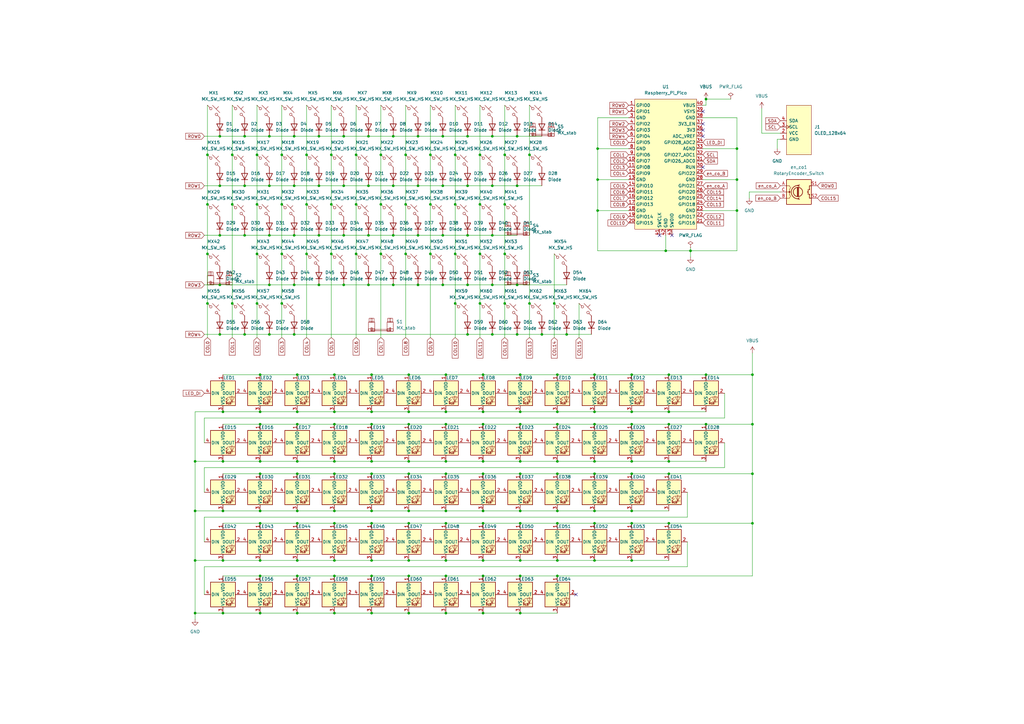
<source format=kicad_sch>
(kicad_sch (version 20230121) (generator eeschema)
  (paper "A3")
  (junction (at 186.69 124.46))
  (junction (at 243.84 214.63))
  (junction (at 121.92 168.91))
  (junction (at 121.92 194.31))
  (junction (at 213.36 214.63))
  (junction (at 198.12 251.46))
  (junction (at 198.12 229.87))
  (junction (at 91.44 229.87))
  (junction (at 283.21 102.87))
  (junction (at 182.88 189.23))
  (junction (at 182.88 168.91))
  (junction (at 186.69 104.14))
  (junction (at 259.08 229.87))
  (junction (at 106.68 173.99))
  (junction (at 152.4 214.63))
  (junction (at 198.12 173.99))
  (junction (at 222.25 137.16))
  (junction (at 90.17 96.52))
  (junction (at 176.53 104.14))
  (junction (at 213.36 189.23))
  (junction (at 125.73 104.14))
  (junction (at 115.57 104.14))
  (junction (at 151.13 76.2))
  (junction (at 152.4 189.23))
  (junction (at 121.92 236.22))
  (junction (at 152.4 194.31))
  (junction (at 100.33 55.88))
  (junction (at 228.6 189.23))
  (junction (at 228.6 173.99))
  (junction (at 106.68 251.46))
  (junction (at 161.29 116.84))
  (junction (at 80.01 209.55))
  (junction (at 166.37 83.82))
  (junction (at 120.65 96.52))
  (junction (at 120.65 137.16))
  (junction (at 213.36 194.31))
  (junction (at 146.05 104.14))
  (junction (at 228.6 209.55))
  (junction (at 186.69 63.5))
  (junction (at 121.92 214.63))
  (junction (at 181.61 116.84))
  (junction (at 137.16 153.67))
  (junction (at 274.32 194.31))
  (junction (at 135.89 83.82))
  (junction (at 90.17 55.88))
  (junction (at 302.26 60.96))
  (junction (at 106.68 209.55))
  (junction (at 198.12 209.55))
  (junction (at 91.44 251.46))
  (junction (at 105.41 83.82))
  (junction (at 227.33 124.46))
  (junction (at 274.32 168.91))
  (junction (at 274.32 214.63))
  (junction (at 106.68 153.67))
  (junction (at 100.33 76.2))
  (junction (at 232.41 137.16))
  (junction (at 245.11 86.36))
  (junction (at 207.01 104.14))
  (junction (at 120.65 116.84))
  (junction (at 182.88 173.99))
  (junction (at 182.88 194.31))
  (junction (at 243.84 229.87))
  (junction (at 228.6 229.87))
  (junction (at 182.88 236.22))
  (junction (at 201.93 137.16))
  (junction (at 201.93 96.52))
  (junction (at 182.88 229.87))
  (junction (at 80.01 251.46))
  (junction (at 152.4 168.91))
  (junction (at 95.25 124.46))
  (junction (at 85.09 124.46))
  (junction (at 95.25 83.82))
  (junction (at 110.49 137.16))
  (junction (at 91.44 189.23))
  (junction (at 167.64 168.91))
  (junction (at 80.01 189.23))
  (junction (at 228.6 214.63))
  (junction (at 130.81 96.52))
  (junction (at 259.08 173.99))
  (junction (at 207.01 124.46))
  (junction (at 137.16 189.23))
  (junction (at 308.61 214.63))
  (junction (at 115.57 124.46))
  (junction (at 182.88 209.55))
  (junction (at 191.77 55.88))
  (junction (at 106.68 194.31))
  (junction (at 152.4 229.87))
  (junction (at 201.93 76.2))
  (junction (at 137.16 194.31))
  (junction (at 161.29 55.88))
  (junction (at 212.09 55.88))
  (junction (at 137.16 236.22))
  (junction (at 152.4 153.67))
  (junction (at 110.49 116.84))
  (junction (at 130.81 116.84))
  (junction (at 207.01 63.5))
  (junction (at 151.13 55.88))
  (junction (at 245.11 60.96))
  (junction (at 289.56 173.99))
  (junction (at 91.44 168.91))
  (junction (at 213.36 209.55))
  (junction (at 196.85 63.5))
  (junction (at 85.09 83.82))
  (junction (at 167.64 214.63))
  (junction (at 196.85 104.14))
  (junction (at 85.09 104.14))
  (junction (at 121.92 229.87))
  (junction (at 198.12 236.22))
  (junction (at 198.12 214.63))
  (junction (at 274.32 153.67))
  (junction (at 213.36 168.91))
  (junction (at 161.29 96.52))
  (junction (at 115.57 63.5))
  (junction (at 302.26 86.36))
  (junction (at 140.97 96.52))
  (junction (at 198.12 194.31))
  (junction (at 213.36 236.22))
  (junction (at 137.16 251.46))
  (junction (at 308.61 194.31))
  (junction (at 289.56 153.67))
  (junction (at 181.61 96.52))
  (junction (at 171.45 96.52))
  (junction (at 100.33 96.52))
  (junction (at 95.25 63.5))
  (junction (at 167.64 194.31))
  (junction (at 166.37 63.5))
  (junction (at 90.17 137.16))
  (junction (at 130.81 55.88))
  (junction (at 80.01 229.87))
  (junction (at 228.6 236.22))
  (junction (at 152.4 173.99))
  (junction (at 198.12 153.67))
  (junction (at 217.17 63.5))
  (junction (at 106.68 229.87))
  (junction (at 115.57 83.82))
  (junction (at 181.61 76.2))
  (junction (at 213.36 173.99))
  (junction (at 105.41 104.14))
  (junction (at 110.49 96.52))
  (junction (at 137.16 209.55))
  (junction (at 120.65 76.2))
  (junction (at 274.32 189.23))
  (junction (at 259.08 189.23))
  (junction (at 243.84 153.67))
  (junction (at 176.53 63.5))
  (junction (at 191.77 116.84))
  (junction (at 243.84 173.99))
  (junction (at 245.11 73.66))
  (junction (at 106.68 236.22))
  (junction (at 243.84 189.23))
  (junction (at 201.93 116.84))
  (junction (at 135.89 63.5))
  (junction (at 259.08 214.63))
  (junction (at 289.56 40.64))
  (junction (at 186.69 83.82))
  (junction (at 137.16 214.63))
  (junction (at 212.09 76.2))
  (junction (at 273.05 102.87))
  (junction (at 90.17 76.2))
  (junction (at 152.4 209.55))
  (junction (at 212.09 137.16))
  (junction (at 161.29 76.2))
  (junction (at 90.17 116.84))
  (junction (at 308.61 173.99))
  (junction (at 121.92 189.23))
  (junction (at 198.12 168.91))
  (junction (at 213.36 251.46))
  (junction (at 259.08 209.55))
  (junction (at 176.53 83.82))
  (junction (at 156.21 83.82))
  (junction (at 228.6 194.31))
  (junction (at 156.21 104.14))
  (junction (at 259.08 153.67))
  (junction (at 181.61 55.88))
  (junction (at 167.64 236.22))
  (junction (at 106.68 189.23))
  (junction (at 152.4 251.46))
  (junction (at 140.97 55.88))
  (junction (at 146.05 63.5))
  (junction (at 243.84 168.91))
  (junction (at 121.92 251.46))
  (junction (at 105.41 63.5))
  (junction (at 213.36 153.67))
  (junction (at 198.12 189.23))
  (junction (at 259.08 168.91))
  (junction (at 171.45 55.88))
  (junction (at 137.16 173.99))
  (junction (at 91.44 209.55))
  (junction (at 213.36 229.87))
  (junction (at 259.08 194.31))
  (junction (at 105.41 124.46))
  (junction (at 217.17 124.46))
  (junction (at 140.97 116.84))
  (junction (at 121.92 209.55))
  (junction (at 151.13 96.52))
  (junction (at 121.92 173.99))
  (junction (at 166.37 104.14))
  (junction (at 121.92 153.67))
  (junction (at 274.32 173.99))
  (junction (at 151.13 116.84))
  (junction (at 110.49 55.88))
  (junction (at 201.93 55.88))
  (junction (at 167.64 173.99))
  (junction (at 228.6 168.91))
  (junction (at 146.05 83.82))
  (junction (at 182.88 251.46))
  (junction (at 137.16 168.91))
  (junction (at 85.09 63.5))
  (junction (at 120.65 55.88))
  (junction (at 167.64 209.55))
  (junction (at 302.26 73.66))
  (junction (at 140.97 76.2))
  (junction (at 228.6 153.67))
  (junction (at 167.64 189.23))
  (junction (at 308.61 153.67))
  (junction (at 125.73 83.82))
  (junction (at 191.77 137.16))
  (junction (at 130.81 76.2))
  (junction (at 182.88 153.67))
  (junction (at 167.64 153.67))
  (junction (at 207.01 83.82))
  (junction (at 191.77 76.2))
  (junction (at 191.77 96.52))
  (junction (at 243.84 209.55))
  (junction (at 182.88 214.63))
  (junction (at 167.64 251.46))
  (junction (at 100.33 137.16))
  (junction (at 152.4 236.22))
  (junction (at 196.85 83.82))
  (junction (at 171.45 76.2))
  (junction (at 167.64 229.87))
  (junction (at 135.89 104.14))
  (junction (at 212.09 116.84))
  (junction (at 106.68 214.63))
  (junction (at 125.73 63.5))
  (junction (at 243.84 194.31))
  (junction (at 196.85 124.46))
  (junction (at 137.16 229.87))
  (junction (at 110.49 76.2))
  (junction (at 106.68 168.91))
  (junction (at 171.45 116.84))
  (junction (at 156.21 63.5))
  (no_connect (at 288.29 55.88))
  (no_connect (at 236.22 243.84))
  (no_connect (at 288.29 53.34))
  (no_connect (at 270.51 96.52))
  (no_connect (at 288.29 50.8))
  (no_connect (at 288.29 45.72))
  (no_connect (at 275.59 96.52))
  (no_connect (at 288.29 68.58))
  (wire (pts (xy 135.89 83.82) (xy 135.89 104.14)))
  (wire (pts (xy 121.92 214.63) (xy 137.16 214.63)))
  (wire (pts (xy 137.16 153.67) (xy 152.4 153.67)))
  (wire (pts (xy 80.01 189.23) (xy 91.44 189.23)))
  (wire (pts (xy 302.26 60.96) (xy 302.26 48.26)))
  (wire (pts (xy 152.4 214.63) (xy 167.64 214.63)))
  (wire (pts (xy 83.82 171.45) (xy 83.82 181.61)))
  (wire (pts (xy 91.44 194.31) (xy 106.68 194.31)))
  (wire (pts (xy 156.21 63.5) (xy 156.21 83.82)))
  (wire (pts (xy 137.16 168.91) (xy 152.4 168.91)))
  (wire (pts (xy 191.77 76.2) (xy 201.93 76.2)))
  (wire (pts (xy 152.4 168.91) (xy 167.64 168.91)))
  (wire (pts (xy 243.84 229.87) (xy 259.08 229.87)))
  (wire (pts (xy 217.17 124.46) (xy 217.17 138.43)))
  (wire (pts (xy 137.16 189.23) (xy 152.4 189.23)))
  (wire (pts (xy 135.89 104.14) (xy 135.89 138.43)))
  (wire (pts (xy 228.6 153.67) (xy 243.84 153.67)))
  (wire (pts (xy 176.53 63.5) (xy 176.53 83.82)))
  (wire (pts (xy 307.34 78.74) (xy 307.34 81.28)))
  (wire (pts (xy 152.4 189.23) (xy 167.64 189.23)))
  (wire (pts (xy 171.45 55.88) (xy 181.61 55.88)))
  (wire (pts (xy 110.49 96.52) (xy 120.65 96.52)))
  (wire (pts (xy 120.65 96.52) (xy 130.81 96.52)))
  (wire (pts (xy 100.33 76.2) (xy 110.49 76.2)))
  (wire (pts (xy 281.94 222.25) (xy 281.94 232.41)))
  (wire (pts (xy 201.93 55.88) (xy 212.09 55.88)))
  (wire (pts (xy 152.4 209.55) (xy 167.64 209.55)))
  (wire (pts (xy 196.85 83.82) (xy 196.85 104.14)))
  (wire (pts (xy 146.05 43.18) (xy 146.05 63.5)))
  (wire (pts (xy 85.09 43.18) (xy 85.09 63.5)))
  (wire (pts (xy 100.33 137.16) (xy 110.49 137.16)))
  (wire (pts (xy 182.88 236.22) (xy 198.12 236.22)))
  (wire (pts (xy 90.17 137.16) (xy 100.33 137.16)))
  (wire (pts (xy 198.12 214.63) (xy 213.36 214.63)))
  (wire (pts (xy 191.77 116.84) (xy 201.93 116.84)))
  (wire (pts (xy 207.01 63.5) (xy 207.01 83.82)))
  (wire (pts (xy 83.82 232.41) (xy 83.82 243.84)))
  (wire (pts (xy 228.6 194.31) (xy 243.84 194.31)))
  (wire (pts (xy 182.88 173.99) (xy 198.12 173.99)))
  (wire (pts (xy 228.6 209.55) (xy 243.84 209.55)))
  (wire (pts (xy 297.18 171.45) (xy 83.82 171.45)))
  (wire (pts (xy 259.08 209.55) (xy 274.32 209.55)))
  (wire (pts (xy 259.08 153.67) (xy 274.32 153.67)))
  (wire (pts (xy 196.85 138.43) (xy 196.85 124.46)))
  (wire (pts (xy 213.36 229.87) (xy 228.6 229.87)))
  (wire (pts (xy 198.12 236.22) (xy 213.36 236.22)))
  (wire (pts (xy 201.93 116.84) (xy 212.09 116.84)))
  (wire (pts (xy 308.61 214.63) (xy 308.61 194.31)))
  (wire (pts (xy 106.68 189.23) (xy 121.92 189.23)))
  (wire (pts (xy 232.41 137.16) (xy 222.25 137.16)))
  (wire (pts (xy 80.01 251.46) (xy 91.44 251.46)))
  (wire (pts (xy 80.01 229.87) (xy 91.44 229.87)))
  (wire (pts (xy 156.21 138.43) (xy 156.21 104.14)))
  (wire (pts (xy 137.16 194.31) (xy 152.4 194.31)))
  (wire (pts (xy 182.88 194.31) (xy 198.12 194.31)))
  (wire (pts (xy 283.21 102.87) (xy 302.26 102.87)))
  (wire (pts (xy 80.01 209.55) (xy 91.44 209.55)))
  (wire (pts (xy 318.77 57.15) (xy 318.77 60.96)))
  (wire (pts (xy 201.93 76.2) (xy 212.09 76.2)))
  (wire (pts (xy 106.68 194.31) (xy 121.92 194.31)))
  (wire (pts (xy 259.08 168.91) (xy 274.32 168.91)))
  (wire (pts (xy 167.64 229.87) (xy 182.88 229.87)))
  (wire (pts (xy 289.56 43.18) (xy 288.29 43.18)))
  (wire (pts (xy 228.6 168.91) (xy 243.84 168.91)))
  (wire (pts (xy 213.36 251.46) (xy 228.6 251.46)))
  (wire (pts (xy 95.25 43.18) (xy 95.25 63.5)))
  (wire (pts (xy 161.29 96.52) (xy 171.45 96.52)))
  (wire (pts (xy 182.88 209.55) (xy 198.12 209.55)))
  (wire (pts (xy 120.65 76.2) (xy 130.81 76.2)))
  (wire (pts (xy 167.64 194.31) (xy 182.88 194.31)))
  (wire (pts (xy 181.61 55.88) (xy 191.77 55.88)))
  (wire (pts (xy 167.64 189.23) (xy 182.88 189.23)))
  (wire (pts (xy 80.01 229.87) (xy 80.01 251.46)))
  (wire (pts (xy 106.68 209.55) (xy 121.92 209.55)))
  (wire (pts (xy 130.81 96.52) (xy 140.97 96.52)))
  (wire (pts (xy 273.05 96.52) (xy 273.05 102.87)))
  (wire (pts (xy 171.45 116.84) (xy 181.61 116.84)))
  (wire (pts (xy 161.29 116.84) (xy 171.45 116.84)))
  (wire (pts (xy 198.12 173.99) (xy 213.36 173.99)))
  (wire (pts (xy 186.69 124.46) (xy 186.69 138.43)))
  (wire (pts (xy 228.6 189.23) (xy 243.84 189.23)))
  (wire (pts (xy 106.68 168.91) (xy 121.92 168.91)))
  (wire (pts (xy 213.36 173.99) (xy 228.6 173.99)))
  (wire (pts (xy 302.26 48.26) (xy 288.29 48.26)))
  (wire (pts (xy 213.36 236.22) (xy 228.6 236.22)))
  (wire (pts (xy 100.33 96.52) (xy 110.49 96.52)))
  (wire (pts (xy 85.09 138.43) (xy 85.09 124.46)))
  (wire (pts (xy 91.44 168.91) (xy 106.68 168.91)))
  (wire (pts (xy 80.01 189.23) (xy 80.01 209.55)))
  (wire (pts (xy 110.49 55.88) (xy 120.65 55.88)))
  (wire (pts (xy 130.81 76.2) (xy 140.97 76.2)))
  (wire (pts (xy 137.16 214.63) (xy 152.4 214.63)))
  (wire (pts (xy 182.88 168.91) (xy 198.12 168.91)))
  (wire (pts (xy 308.61 194.31) (xy 308.61 173.99)))
  (wire (pts (xy 182.88 251.46) (xy 198.12 251.46)))
  (wire (pts (xy 176.53 43.18) (xy 176.53 63.5)))
  (wire (pts (xy 105.41 104.14) (xy 105.41 124.46)))
  (wire (pts (xy 115.57 43.18) (xy 115.57 63.5)))
  (wire (pts (xy 191.77 55.88) (xy 201.93 55.88)))
  (wire (pts (xy 181.61 116.84) (xy 191.77 116.84)))
  (wire (pts (xy 259.08 229.87) (xy 274.32 229.87)))
  (wire (pts (xy 171.45 96.52) (xy 181.61 96.52)))
  (wire (pts (xy 80.01 209.55) (xy 80.01 229.87)))
  (wire (pts (xy 120.65 137.16) (xy 191.77 137.16)))
  (wire (pts (xy 186.69 63.5) (xy 186.69 83.82)))
  (wire (pts (xy 151.13 55.88) (xy 161.29 55.88)))
  (wire (pts (xy 146.05 83.82) (xy 146.05 104.14)))
  (wire (pts (xy 302.26 86.36) (xy 302.26 73.66)))
  (wire (pts (xy 161.29 55.88) (xy 171.45 55.88)))
  (wire (pts (xy 207.01 43.18) (xy 207.01 63.5)))
  (wire (pts (xy 85.09 83.82) (xy 85.09 104.14)))
  (wire (pts (xy 152.4 153.67) (xy 167.64 153.67)))
  (wire (pts (xy 181.61 76.2) (xy 191.77 76.2)))
  (wire (pts (xy 152.4 236.22) (xy 167.64 236.22)))
  (wire (pts (xy 182.88 153.67) (xy 198.12 153.67)))
  (wire (pts (xy 146.05 63.5) (xy 146.05 83.82)))
  (wire (pts (xy 83.82 96.52) (xy 90.17 96.52)))
  (wire (pts (xy 137.16 251.46) (xy 152.4 251.46)))
  (wire (pts (xy 191.77 96.52) (xy 201.93 96.52)))
  (wire (pts (xy 121.92 168.91) (xy 137.16 168.91)))
  (wire (pts (xy 212.09 137.16) (xy 201.93 137.16)))
  (wire (pts (xy 243.84 173.99) (xy 259.08 173.99)))
  (wire (pts (xy 257.81 86.36) (xy 245.11 86.36)))
  (wire (pts (xy 289.56 40.64) (xy 299.72 40.64)))
  (wire (pts (xy 91.44 168.91) (xy 80.01 168.91)))
  (wire (pts (xy 283.21 105.41) (xy 283.21 102.87)))
  (wire (pts (xy 166.37 104.14) (xy 166.37 138.43)))
  (wire (pts (xy 137.16 229.87) (xy 152.4 229.87)))
  (wire (pts (xy 80.01 251.46) (xy 80.01 254)))
  (wire (pts (xy 257.81 48.26) (xy 245.11 48.26)))
  (wire (pts (xy 320.04 78.74) (xy 307.34 78.74)))
  (wire (pts (xy 140.97 76.2) (xy 151.13 76.2)))
  (wire (pts (xy 83.82 191.77) (xy 83.82 201.93)))
  (wire (pts (xy 181.61 96.52) (xy 191.77 96.52)))
  (wire (pts (xy 152.4 194.31) (xy 167.64 194.31)))
  (wire (pts (xy 196.85 104.14) (xy 196.85 124.46)))
  (wire (pts (xy 146.05 104.14) (xy 146.05 138.43)))
  (wire (pts (xy 121.92 209.55) (xy 137.16 209.55)))
  (wire (pts (xy 308.61 153.67) (xy 308.61 144.78)))
  (wire (pts (xy 288.29 60.96) (xy 302.26 60.96)))
  (wire (pts (xy 166.37 43.18) (xy 166.37 63.5)))
  (wire (pts (xy 151.13 116.84) (xy 161.29 116.84)))
  (wire (pts (xy 245.11 60.96) (xy 257.81 60.96)))
  (wire (pts (xy 152.4 251.46) (xy 167.64 251.46)))
  (wire (pts (xy 137.16 236.22) (xy 152.4 236.22)))
  (wire (pts (xy 90.17 116.84) (xy 110.49 116.84)))
  (wire (pts (xy 288.29 86.36) (xy 302.26 86.36)))
  (wire (pts (xy 152.4 173.99) (xy 167.64 173.99)))
  (wire (pts (xy 308.61 173.99) (xy 308.61 153.67)))
  (wire (pts (xy 125.73 43.18) (xy 125.73 63.5)))
  (wire (pts (xy 106.68 153.67) (xy 121.92 153.67)))
  (wire (pts (xy 121.92 173.99) (xy 137.16 173.99)))
  (wire (pts (xy 115.57 138.43) (xy 115.57 124.46)))
  (wire (pts (xy 161.29 76.2) (xy 171.45 76.2)))
  (wire (pts (xy 106.68 229.87) (xy 121.92 229.87)))
  (wire (pts (xy 212.09 116.84) (xy 232.41 116.84)))
  (wire (pts (xy 125.73 138.43) (xy 125.73 104.14)))
  (wire (pts (xy 217.17 43.18) (xy 217.17 63.5)))
  (wire (pts (xy 198.12 189.23) (xy 213.36 189.23)))
  (wire (pts (xy 289.56 40.64) (xy 289.56 43.18)))
  (wire (pts (xy 274.32 168.91) (xy 289.56 168.91)))
  (wire (pts (xy 213.36 189.23) (xy 228.6 189.23)))
  (wire (pts (xy 135.89 43.18) (xy 135.89 63.5)))
  (wire (pts (xy 121.92 236.22) (xy 137.16 236.22)))
  (wire (pts (xy 91.44 189.23) (xy 106.68 189.23)))
  (wire (pts (xy 121.92 153.67) (xy 137.16 153.67)))
  (wire (pts (xy 91.44 153.67) (xy 106.68 153.67)))
  (wire (pts (xy 121.92 194.31) (xy 137.16 194.31)))
  (wire (pts (xy 243.84 194.31) (xy 259.08 194.31)))
  (wire (pts (xy 281.94 212.09) (xy 83.82 212.09)))
  (wire (pts (xy 207.01 124.46) (xy 207.01 138.43)))
  (wire (pts (xy 166.37 83.82) (xy 166.37 104.14)))
  (wire (pts (xy 243.84 189.23) (xy 259.08 189.23)))
  (wire (pts (xy 121.92 189.23) (xy 137.16 189.23)))
  (wire (pts (xy 207.01 104.14) (xy 207.01 124.46)))
  (wire (pts (xy 167.64 236.22) (xy 182.88 236.22)))
  (wire (pts (xy 182.88 214.63) (xy 198.12 214.63)))
  (wire (pts (xy 243.84 214.63) (xy 259.08 214.63)))
  (wire (pts (xy 196.85 43.18) (xy 196.85 63.5)))
  (wire (pts (xy 106.68 173.99) (xy 121.92 173.99)))
  (wire (pts (xy 125.73 63.5) (xy 125.73 83.82)))
  (wire (pts (xy 167.64 251.46) (xy 182.88 251.46)))
  (wire (pts (xy 228.6 229.87) (xy 243.84 229.87)))
  (wire (pts (xy 245.11 102.87) (xy 273.05 102.87)))
  (wire (pts (xy 182.88 229.87) (xy 198.12 229.87)))
  (wire (pts (xy 91.44 214.63) (xy 106.68 214.63)))
  (wire (pts (xy 83.82 212.09) (xy 83.82 222.25)))
  (wire (pts (xy 198.12 209.55) (xy 213.36 209.55)))
  (wire (pts (xy 167.64 209.55) (xy 182.88 209.55)))
  (wire (pts (xy 90.17 55.88) (xy 100.33 55.88)))
  (wire (pts (xy 198.12 153.67) (xy 213.36 153.67)))
  (wire (pts (xy 186.69 43.18) (xy 186.69 63.5)))
  (wire (pts (xy 196.85 63.5) (xy 196.85 83.82)))
  (wire (pts (xy 274.32 173.99) (xy 289.56 173.99)))
  (wire (pts (xy 212.09 76.2) (xy 222.25 76.2)))
  (wire (pts (xy 243.84 153.67) (xy 259.08 153.67)))
  (wire (pts (xy 106.68 214.63) (xy 121.92 214.63)))
  (wire (pts (xy 83.82 76.2) (xy 90.17 76.2)))
  (wire (pts (xy 95.25 63.5) (xy 95.25 83.82)))
  (wire (pts (xy 198.12 251.46) (xy 213.36 251.46)))
  (wire (pts (xy 110.49 116.84) (xy 120.65 116.84)))
  (wire (pts (xy 152.4 229.87) (xy 167.64 229.87)))
  (wire (pts (xy 274.32 153.67) (xy 289.56 153.67)))
  (wire (pts (xy 242.57 137.16) (xy 232.41 137.16)))
  (wire (pts (xy 228.6 236.22) (xy 308.61 236.22)))
  (wire (pts (xy 289.56 173.99) (xy 308.61 173.99)))
  (wire (pts (xy 90.17 96.52) (xy 100.33 96.52)))
  (wire (pts (xy 140.97 116.84) (xy 151.13 116.84)))
  (wire (pts (xy 213.36 168.91) (xy 228.6 168.91)))
  (wire (pts (xy 91.44 173.99) (xy 106.68 173.99)))
  (wire (pts (xy 213.36 209.55) (xy 228.6 209.55)))
  (wire (pts (xy 80.01 168.91) (xy 80.01 189.23)))
  (wire (pts (xy 198.12 194.31) (xy 213.36 194.31)))
  (wire (pts (xy 167.64 153.67) (xy 182.88 153.67)))
  (wire (pts (xy 105.41 43.18) (xy 105.41 63.5)))
  (wire (pts (xy 312.42 44.45) (xy 312.42 54.61)))
  (wire (pts (xy 176.53 138.43) (xy 176.53 104.14)))
  (wire (pts (xy 120.65 116.84) (xy 130.81 116.84)))
  (wire (pts (xy 245.11 86.36) (xy 245.11 102.87)))
  (wire (pts (xy 222.25 137.16) (xy 212.09 137.16)))
  (wire (pts (xy 137.16 173.99) (xy 152.4 173.99)))
  (wire (pts (xy 288.29 73.66) (xy 302.26 73.66)))
  (wire (pts (xy 135.89 63.5) (xy 135.89 83.82)))
  (wire (pts (xy 227.33 104.14) (xy 227.33 124.46)))
  (wire (pts (xy 302.26 73.66) (xy 302.26 60.96)))
  (wire (pts (xy 320.04 57.15) (xy 318.77 57.15)))
  (wire (pts (xy 110.49 137.16) (xy 120.65 137.16)))
  (wire (pts (xy 105.41 138.43) (xy 105.41 124.46)))
  (wire (pts (xy 140.97 55.88) (xy 151.13 55.88)))
  (wire (pts (xy 91.44 251.46) (xy 106.68 251.46)))
  (wire (pts (xy 140.97 96.52) (xy 151.13 96.52)))
  (wire (pts (xy 228.6 214.63) (xy 243.84 214.63)))
  (wire (pts (xy 83.82 137.16) (xy 90.17 137.16)))
  (wire (pts (xy 166.37 63.5) (xy 166.37 83.82)))
  (wire (pts (xy 274.32 194.31) (xy 308.61 194.31)))
  (wire (pts (xy 105.41 63.5) (xy 105.41 83.82)))
  (wire (pts (xy 120.65 55.88) (xy 130.81 55.88)))
  (wire (pts (xy 245.11 60.96) (xy 245.11 73.66)))
  (wire (pts (xy 281.94 201.93) (xy 281.94 212.09)))
  (wire (pts (xy 171.45 76.2) (xy 181.61 76.2)))
  (wire (pts (xy 213.36 214.63) (xy 228.6 214.63)))
  (wire (pts (xy 283.21 101.6) (xy 283.21 102.87)))
  (wire (pts (xy 308.61 236.22) (xy 308.61 214.63)))
  (wire (pts (xy 212.09 55.88) (xy 222.25 55.88)))
  (wire (pts (xy 176.53 83.82) (xy 176.53 104.14)))
  (wire (pts (xy 95.25 138.43) (xy 95.25 124.46)))
  (wire (pts (xy 125.73 83.82) (xy 125.73 104.14)))
  (wire (pts (xy 137.16 209.55) (xy 152.4 209.55)))
  (wire (pts (xy 273.05 102.87) (xy 283.21 102.87)))
  (wire (pts (xy 213.36 194.31) (xy 228.6 194.31)))
  (wire (pts (xy 201.93 137.16) (xy 191.77 137.16)))
  (wire (pts (xy 297.18 191.77) (xy 83.82 191.77)))
  (wire (pts (xy 259.08 194.31) (xy 274.32 194.31)))
  (wire (pts (xy 110.49 76.2) (xy 120.65 76.2)))
  (wire (pts (xy 274.32 214.63) (xy 308.61 214.63)))
  (wire (pts (xy 167.64 168.91) (xy 182.88 168.91)))
  (wire (pts (xy 274.32 189.23) (xy 289.56 189.23)))
  (wire (pts (xy 228.6 173.99) (xy 243.84 173.99)))
  (wire (pts (xy 85.09 63.5) (xy 85.09 83.82)))
  (wire (pts (xy 186.69 83.82) (xy 186.69 104.14)))
  (wire (pts (xy 297.18 181.61) (xy 297.18 191.77)))
  (wire (pts (xy 259.08 173.99) (xy 274.32 173.99)))
  (wire (pts (xy 259.08 214.63) (xy 274.32 214.63)))
  (wire (pts (xy 83.82 55.88) (xy 90.17 55.88)))
  (wire (pts (xy 115.57 83.82) (xy 115.57 104.14)))
  (wire (pts (xy 85.09 104.14) (xy 85.09 124.46)))
  (wire (pts (xy 100.33 55.88) (xy 110.49 55.88)))
  (wire (pts (xy 91.44 236.22) (xy 106.68 236.22)))
  (wire (pts (xy 186.69 104.14) (xy 186.69 124.46)))
  (wire (pts (xy 83.82 116.84) (xy 90.17 116.84)))
  (wire (pts (xy 106.68 236.22) (xy 121.92 236.22)))
  (wire (pts (xy 130.81 116.84) (xy 140.97 116.84)))
  (wire (pts (xy 243.84 209.55) (xy 259.08 209.55)))
  (wire (pts (xy 259.08 189.23) (xy 274.32 189.23)))
  (wire (pts (xy 90.17 76.2) (xy 100.33 76.2)))
  (wire (pts (xy 156.21 43.18) (xy 156.21 63.5)))
  (wire (pts (xy 106.68 251.46) (xy 121.92 251.46)))
  (wire (pts (xy 312.42 54.61) (xy 320.04 54.61)))
  (wire (pts (xy 243.84 168.91) (xy 259.08 168.91)))
  (wire (pts (xy 213.36 153.67) (xy 228.6 153.67)))
  (wire (pts (xy 217.17 63.5) (xy 217.17 124.46)))
  (wire (pts (xy 115.57 104.14) (xy 115.57 124.46)))
  (wire (pts (xy 91.44 209.55) (xy 106.68 209.55)))
  (wire (pts (xy 130.81 55.88) (xy 140.97 55.88)))
  (wire (pts (xy 198.12 229.87) (xy 213.36 229.87)))
  (wire (pts (xy 151.13 76.2) (xy 161.29 76.2)))
  (wire (pts (xy 121.92 251.46) (xy 137.16 251.46)))
  (wire (pts (xy 115.57 63.5) (xy 115.57 83.82)))
  (wire (pts (xy 227.33 138.43) (xy 227.33 124.46)))
  (wire (pts (xy 237.49 138.43) (xy 237.49 124.46)))
  (wire (pts (xy 95.25 83.82) (xy 95.25 124.46)))
  (wire (pts (xy 289.56 153.67) (xy 308.61 153.67)))
  (wire (pts (xy 245.11 73.66) (xy 257.81 73.66)))
  (wire (pts (xy 281.94 232.41) (xy 83.82 232.41)))
  (wire (pts (xy 198.12 168.91) (xy 213.36 168.91)))
  (wire (pts (xy 167.64 173.99) (xy 182.88 173.99)))
  (wire (pts (xy 121.92 229.87) (xy 137.16 229.87)))
  (wire (pts (xy 201.93 96.52) (xy 212.09 96.52)))
  (wire (pts (xy 297.18 161.29) (xy 297.18 171.45)))
  (wire (pts (xy 182.88 189.23) (xy 198.12 189.23)))
  (wire (pts (xy 91.44 229.87) (xy 106.68 229.87)))
  (wire (pts (xy 245.11 48.26) (xy 245.11 60.96)))
  (wire (pts (xy 245.11 73.66) (xy 245.11 86.36)))
  (wire (pts (xy 302.26 102.87) (xy 302.26 86.36)))
  (wire (pts (xy 207.01 83.82) (xy 207.01 104.14)))
  (wire (pts (xy 167.64 214.63) (xy 182.88 214.63)))
  (wire (pts (xy 105.41 83.82) (xy 105.41 104.14)))
  (wire (pts (xy 151.13 96.52) (xy 161.29 96.52)))
  (wire (pts (xy 156.21 83.82) (xy 156.21 104.14)))
  (global_label "COL11" (shape input) (at 288.29 91.44 0) (property "Intersheetrefs" "${INTERSHEET_REFS}" (effects hide)))
  (global_label "COL11" (shape input) (at 196.85 138.43 270) (property "Intersheetrefs" "${INTERSHEET_REFS}" (effects hide)))
  (global_label "COL0" (shape input) (at 257.81 58.42 180) (property "Intersheetrefs" "${INTERSHEET_REFS}" (effects hide)))
  (global_label "COL1" (shape input) (at 257.81 63.5 180) (property "Intersheetrefs" "${INTERSHEET_REFS}" (effects hide)))
  (global_label "ROW0" (shape input) (at 257.81 43.18 180) (property "Intersheetrefs" "${INTERSHEET_REFS}" (effects hide)))
  (global_label "en_co_B" (shape input) (at 288.29 71.12 0) (property "Intersheetrefs" "${INTERSHEET_REFS}" (effects hide)))
  (global_label "COL10" (shape input) (at 257.81 91.44 180) (property "Intersheetrefs" "${INTERSHEET_REFS}" (effects hide)))
  (global_label "COL9" (shape input) (at 257.81 88.9 180) (property "Intersheetrefs" "${INTERSHEET_REFS}" (effects hide)))
  (global_label "COL8" (shape input) (at 166.37 138.43 270) (property "Intersheetrefs" "${INTERSHEET_REFS}" (effects hide)))
  (global_label "ROW0" (shape input) (at 335.28 76.2 0) (property "Intersheetrefs" "${INTERSHEET_REFS}" (effects hide)))
  (global_label "LED_DI" (shape input) (at 288.29 58.42 0) (property "Intersheetrefs" "${INTERSHEET_REFS}" (effects hide)))
  (global_label "SCL" (shape input) (at 320.04 52.07 180) (property "Intersheetrefs" "${INTERSHEET_REFS}" (effects hide)))
  (global_label "COL5" (shape input) (at 135.89 138.43 270) (property "Intersheetrefs" "${INTERSHEET_REFS}" (effects hide)))
  (global_label "COL13" (shape input) (at 217.17 138.43 270) (property "Intersheetrefs" "${INTERSHEET_REFS}" (effects hide)))
  (global_label "ROW3" (shape input) (at 83.82 116.84 180) (property "Intersheetrefs" "${INTERSHEET_REFS}" (effects hide)))
  (global_label "COL14" (shape input) (at 227.33 138.43 270) (property "Intersheetrefs" "${INTERSHEET_REFS}" (effects hide)))
  (global_label "en_co_A" (shape input) (at 320.04 76.2 180) (property "Intersheetrefs" "${INTERSHEET_REFS}" (effects hide)))
  (global_label "COL4" (shape input) (at 257.81 71.12 180) (property "Intersheetrefs" "${INTERSHEET_REFS}" (effects hide)))
  (global_label "COL9" (shape input) (at 176.53 138.43 270) (property "Intersheetrefs" "${INTERSHEET_REFS}" (effects hide)))
  (global_label "COL1" (shape input) (at 95.25 138.43 270) (property "Intersheetrefs" "${INTERSHEET_REFS}" (effects hide)))
  (global_label "COL6" (shape input) (at 146.05 138.43 270) (property "Intersheetrefs" "${INTERSHEET_REFS}" (effects hide)))
  (global_label "ROW2" (shape input) (at 257.81 50.8 180) (property "Intersheetrefs" "${INTERSHEET_REFS}" (effects hide)))
  (global_label "SDA" (shape input) (at 320.04 49.53 180) (property "Intersheetrefs" "${INTERSHEET_REFS}" (effects hide)))
  (global_label "COL3" (shape input) (at 115.57 138.43 270) (property "Intersheetrefs" "${INTERSHEET_REFS}" (effects hide)))
  (global_label "COL2" (shape input) (at 105.41 138.43 270) (property "Intersheetrefs" "${INTERSHEET_REFS}" (effects hide)))
  (global_label "COL2" (shape input) (at 257.81 66.04 180) (property "Intersheetrefs" "${INTERSHEET_REFS}" (effects hide)))
  (global_label "COL0" (shape input) (at 85.09 138.43 270) (property "Intersheetrefs" "${INTERSHEET_REFS}" (effects hide)))
  (global_label "ROW1" (shape input) (at 83.82 76.2 180) (property "Intersheetrefs" "${INTERSHEET_REFS}" (effects hide)))
  (global_label "ROW4" (shape input) (at 257.81 55.88 180) (property "Intersheetrefs" "${INTERSHEET_REFS}" (effects hide)))
  (global_label "ROW0" (shape input) (at 83.82 55.88 180) (property "Intersheetrefs" "${INTERSHEET_REFS}" (effects hide)))
  (global_label "COL3" (shape input) (at 257.81 68.58 180) (property "Intersheetrefs" "${INTERSHEET_REFS}" (effects hide)))
  (global_label "COL13" (shape input) (at 288.29 83.82 0) (property "Intersheetrefs" "${INTERSHEET_REFS}" (effects hide)))
  (global_label "ROW2" (shape input) (at 83.82 96.52 180) (property "Intersheetrefs" "${INTERSHEET_REFS}" (effects hide)))
  (global_label "COL6" (shape input) (at 257.81 78.74 180) (property "Intersheetrefs" "${INTERSHEET_REFS}" (effects hide)))
  (global_label "LED_DI" (shape input) (at 83.82 161.29 180) (property "Intersheetrefs" "${INTERSHEET_REFS}" (effects hide)))
  (global_label "COL4" (shape input) (at 125.73 138.43 270) (property "Intersheetrefs" "${INTERSHEET_REFS}" (effects hide)))
  (global_label "COL14" (shape input) (at 288.29 81.28 0) (property "Intersheetrefs" "${INTERSHEET_REFS}" (effects hide)))
  (global_label "COL15" (shape input) (at 335.28 81.28 0) (property "Intersheetrefs" "${INTERSHEET_REFS}" (effects hide)))
  (global_label "COL10" (shape input) (at 186.69 138.43 270) (property "Intersheetrefs" "${INTERSHEET_REFS}" (effects hide)))
  (global_label "COL12" (shape input) (at 288.29 88.9 0) (property "Intersheetrefs" "${INTERSHEET_REFS}" (effects hide)))
  (global_label "COL7" (shape input) (at 156.21 138.43 270) (property "Intersheetrefs" "${INTERSHEET_REFS}" (effects hide)))
  (global_label "SCL" (shape input) (at 288.29 63.5 0) (property "Intersheetrefs" "${INTERSHEET_REFS}" (effects hide)))
  (global_label "COL8" (shape input) (at 257.81 83.82 180) (property "Intersheetrefs" "${INTERSHEET_REFS}" (effects hide)))
  (global_label "ROW1" (shape input) (at 257.81 45.72 180) (property "Intersheetrefs" "${INTERSHEET_REFS}" (effects hide)))
  (global_label "en_co_B" (shape input) (at 320.04 81.28 180) (property "Intersheetrefs" "${INTERSHEET_REFS}" (effects hide)))
  (global_label "COL15" (shape input) (at 288.29 78.74 0) (property "Intersheetrefs" "${INTERSHEET_REFS}" (effects hide)))
  (global_label "COL15" (shape input) (at 237.49 138.43 270) (property "Intersheetrefs" "${INTERSHEET_REFS}" (effects hide)))
  (global_label "COL7" (shape input) (at 257.81 81.28 180) (property "Intersheetrefs" "${INTERSHEET_REFS}" (effects hide)))
  (global_label "COL12" (shape input) (at 207.01 138.43 270) (property "Intersheetrefs" "${INTERSHEET_REFS}" (effects hide)))
  (global_label "en_co_A" (shape input) (at 288.29 76.2 0) (property "Intersheetrefs" "${INTERSHEET_REFS}" (effects hide)))
  (global_label "SDA" (shape input) (at 288.29 66.04 0) (property "Intersheetrefs" "${INTERSHEET_REFS}" (effects hide)))
  (global_label "ROW3" (shape input) (at 257.81 53.34 180) (property "Intersheetrefs" "${INTERSHEET_REFS}" (effects hide)))
  (global_label "COL5" (shape input) (at 257.81 76.2 180) (property "Intersheetrefs" "${INTERSHEET_REFS}" (effects hide)))
  (global_label "ROW4" (shape input) (at 83.82 137.16 180) (property "Intersheetrefs" "${INTERSHEET_REFS}" (effects hide)))
  (symbol (lib_id "ScottoKeebs:LED_WS2812B") (at 91.44 243.84 0) (unit 1)
    (property "Reference" "LED55" (at 93.98 237.49 0))
    (property "Value" "LED_WS2812B" (effects hide))
    (property "Footprint" "LED_SMD:LED_WS2812B_PLCC4_5.0x5.0mm_P3.2mm" (effects hide))
    (property "Datasheet" "https://cdn-shop.adafruit.com/datasheets/WS2812B.pdf" (effects hide))
  )
  (symbol (lib_id "PCM_marbastlib-mx:MX_stab") (at 90.17 114.3 0) (unit 1)
    (property "Reference" "S2" (at 96.52 112.903 0) (effects (justify left)))
    (property "Value" "MX_stab" (at 96.52 115.443 0) (effects (justify left)))
    (property "Footprint" "PCM_marbastlib-mx:STAB_MX_P_2.25u" (effects hide))
  )
  (symbol (lib_id "PCM_marbastlib-mx:MX_SW_HS") (at 87.63 86.36 0) (unit 1)
    (property "Reference" "MX29" (at 87.63 78.74 0))
    (property "Value" "MX_SW_HS" (at 87.63 81.28 0))
    (property "Footprint" "PCM_marbastlib-mx:SW_MX_HS_1u" (effects hide))
  )
  (symbol (lib_id "ScottoKeebs:Placeholder_Diode") (at 201.93 113.03 90) (unit 1)
    (property "Reference" "D52" (at 204.47 111.76 90) (effects (justify right)))
    (property "Value" "Diode" (at 204.47 114.3 90) (effects (justify right)))
    (property "Footprint" "ScottoKeebs_Components:Diode_DO-35" (effects hide))
    (property "Sim.Device" "D" (effects hide))
    (property "Sim.Pins" "1=K 2=A" (effects hide))
  )
  (symbol (lib_id "PCM_marbastlib-mx:MX_SW_HS") (at 107.95 66.04 0) (unit 1)
    (property "Reference" "MX17" (at 107.95 58.42 0))
    (property "Value" "MX_SW_HS" (at 107.95 60.96 0))
    (property "Footprint" "PCM_marbastlib-mx:SW_MX_HS_1u" (effects hide))
  )
  (symbol (lib_id "ScottoKeebs:Placeholder_Diode") (at 222.25 72.39 90) (unit 1)
    (property "Reference" "D28" (at 224.79 71.12 90) (effects (justify right)))
    (property "Value" "Diode" (at 224.79 73.66 90) (effects (justify right)))
    (property "Footprint" "ScottoKeebs_Components:Diode_DO-35" (effects hide))
    (property "Sim.Device" "D" (effects hide))
    (property "Sim.Pins" "1=K 2=A" (effects hide))
  )
  (symbol (lib_id "PCM_marbastlib-mx:MX_SW_HS") (at 199.39 45.72 0) (unit 1)
    (property "Reference" "MX12" (at 199.39 38.1 0))
    (property "Value" "MX_SW_HS" (at 199.39 40.64 0))
    (property "Footprint" "PCM_marbastlib-mx:SW_MX_HS_1u" (effects hide))
  )
  (symbol (lib_id "ScottoKeebs:LED_WS2812B") (at 167.64 222.25 0) (unit 1)
    (property "Reference" "LED47" (at 170.18 215.9 0))
    (property "Value" "LED_WS2812B" (effects hide))
    (property "Footprint" "LED_SMD:LED_WS2812B_PLCC4_5.0x5.0mm_P3.2mm" (effects hide))
    (property "Datasheet" "https://cdn-shop.adafruit.com/datasheets/WS2812B.pdf" (effects hide))
  )
  (symbol (lib_id "power:VBUS") (at 312.42 44.45 0) (unit 1)
    (property "Reference" "#PWR02" (effects hide))
    (property "Value" "VBUS" (at 312.42 39.37 0))
  )
  (symbol (lib_id "PCM_marbastlib-mx:MX_SW_HS") (at 240.03 127 0) (unit 1)
    (property "Reference" "MX64" (at 240.03 119.38 0))
    (property "Value" "MX_SW_HS" (at 240.03 121.92 0))
    (property "Footprint" "PCM_marbastlib-mx:SW_MX_HS_1u" (effects hide))
  )
  (symbol (lib_id "ScottoKeebs:Placeholder_Diode") (at 222.25 133.35 90) (unit 1)
    (property "Reference" "D62" (at 224.79 132.08 90) (effects (justify right)))
    (property "Value" "Diode" (at 224.79 134.62 90) (effects (justify right)))
    (property "Footprint" "ScottoKeebs_Components:Diode_DO-35" (effects hide))
    (property "Sim.Device" "D" (effects hide))
    (property "Sim.Pins" "1=K 2=A" (effects hide))
  )
  (symbol (lib_id "ScottoKeebs:Placeholder_Diode") (at 161.29 72.39 90) (unit 1)
    (property "Reference" "D22" (at 163.83 71.12 90) (effects (justify right)))
    (property "Value" "Diode" (at 163.83 73.66 90) (effects (justify right)))
    (property "Footprint" "ScottoKeebs_Components:Diode_DO-35" (effects hide))
    (property "Sim.Device" "D" (effects hide))
    (property "Sim.Pins" "1=K 2=A" (effects hide))
  )
  (symbol (lib_id "ScottoKeebs:LED_WS2812B") (at 228.6 201.93 0) (unit 1)
    (property "Reference" "LED38" (at 231.14 195.58 0))
    (property "Value" "LED_WS2812B" (effects hide))
    (property "Footprint" "LED_SMD:LED_WS2812B_PLCC4_5.0x5.0mm_P3.2mm" (effects hide))
    (property "Datasheet" "https://cdn-shop.adafruit.com/datasheets/WS2812B.pdf" (effects hide))
  )
  (symbol (lib_id "ScottoKeebs:LED_WS2812B") (at 182.88 181.61 0) (unit 1)
    (property "Reference" "LED21" (at 185.42 175.26 0))
    (property "Value" "LED_WS2812B" (effects hide))
    (property "Footprint" "LED_SMD:LED_WS2812B_PLCC4_5.0x5.0mm_P3.2mm" (effects hide))
    (property "Datasheet" "https://cdn-shop.adafruit.com/datasheets/WS2812B.pdf" (effects hide))
  )
  (symbol (lib_id "PCM_marbastlib-mx:MX_SW_HS") (at 168.91 45.72 0) (unit 1)
    (property "Reference" "MX9" (at 168.91 38.1 0))
    (property "Value" "MX_SW_HS" (at 168.91 40.64 0))
    (property "Footprint" "PCM_marbastlib-mx:SW_MX_HS_1u" (effects hide))
  )
  (symbol (lib_id "power:VBUS") (at 289.56 40.64 0) (unit 1)
    (property "Reference" "#PWR01" (effects hide))
    (property "Value" "VBUS" (at 289.56 35.56 0))
  )
  (symbol (lib_id "ScottoKeebs:LED_WS2812B") (at 243.84 161.29 0) (unit 1)
    (property "Reference" "LED11" (at 246.38 154.94 0))
    (property "Value" "LED_WS2812B" (effects hide))
    (property "Footprint" "LED_SMD:LED_WS2812B_PLCC4_5.0x5.0mm_P3.2mm" (effects hide))
    (property "Datasheet" "https://cdn-shop.adafruit.com/datasheets/WS2812B.pdf" (effects hide))
  )
  (symbol (lib_id "ScottoKeebs:Placeholder_Diode") (at 212.09 92.71 90) (unit 1)
    (property "Reference" "D41" (at 214.63 91.44 90) (effects (justify right)))
    (property "Value" "Diode" (at 214.63 93.98 90) (effects (justify right)))
    (property "Footprint" "ScottoKeebs_Components:Diode_DO-35" (effects hide))
    (property "Sim.Device" "D" (effects hide))
    (property "Sim.Pins" "1=K 2=A" (effects hide))
  )
  (symbol (lib_id "ScottoKeebs:LED_WS2812B") (at 198.12 201.93 0) (unit 1)
    (property "Reference" "LED36" (at 200.66 195.58 0))
    (property "Value" "LED_WS2812B" (effects hide))
    (property "Footprint" "LED_SMD:LED_WS2812B_PLCC4_5.0x5.0mm_P3.2mm" (effects hide))
    (property "Datasheet" "https://cdn-shop.adafruit.com/datasheets/WS2812B.pdf" (effects hide))
  )
  (symbol (lib_id "power:VBUS") (at 308.61 144.78 0) (unit 1)
    (property "Reference" "#PWR07" (effects hide))
    (property "Value" "VBUS" (at 308.61 139.7 0))
  )
  (symbol (lib_id "ScottoKeebs:Placeholder_Diode") (at 191.77 52.07 90) (unit 1)
    (property "Reference" "D11" (at 194.31 50.8 90) (effects (justify right)))
    (property "Value" "Diode" (at 194.31 53.34 90) (effects (justify right)))
    (property "Footprint" "ScottoKeebs_Components:Diode_DO-35" (effects hide))
    (property "Sim.Device" "D" (effects hide))
    (property "Sim.Pins" "1=K 2=A" (effects hide))
  )
  (symbol (lib_id "PCM_marbastlib-mx:MX_SW_HS") (at 138.43 106.68 0) (unit 1)
    (property "Reference" "MX46" (at 138.43 99.06 0))
    (property "Value" "MX_SW_HS" (at 138.43 101.6 0))
    (property "Footprint" "PCM_marbastlib-mx:SW_MX_HS_1u" (effects hide))
  )
  (symbol (lib_id "ScottoKeebs:LED_WS2812B") (at 228.6 222.25 0) (unit 1)
    (property "Reference" "LED51" (at 231.14 215.9 0))
    (property "Value" "LED_WS2812B" (effects hide))
    (property "Footprint" "LED_SMD:LED_WS2812B_PLCC4_5.0x5.0mm_P3.2mm" (effects hide))
    (property "Datasheet" "https://cdn-shop.adafruit.com/datasheets/WS2812B.pdf" (effects hide))
  )
  (symbol (lib_id "PCM_marbastlib-mx:MX_SW_HS") (at 189.23 127 0) (unit 1)
    (property "Reference" "MX59" (at 189.23 119.38 0))
    (property "Value" "MX_SW_HS" (at 189.23 121.92 0))
    (property "Footprint" "PCM_marbastlib-mx:SW_MX_HS_1u" (effects hide))
  )
  (symbol (lib_id "ScottoKeebs:LED_WS2812B") (at 274.32 201.93 0) (unit 1)
    (property "Reference" "LED41" (at 276.86 195.58 0))
    (property "Value" "LED_WS2812B" (effects hide))
    (property "Footprint" "LED_SMD:LED_WS2812B_PLCC4_5.0x5.0mm_P3.2mm" (effects hide))
    (property "Datasheet" "https://cdn-shop.adafruit.com/datasheets/WS2812B.pdf" (effects hide))
  )
  (symbol (lib_id "ScottoKeebs:LED_WS2812B") (at 289.56 161.29 0) (unit 1)
    (property "Reference" "LED14" (at 292.1 154.94 0))
    (property "Value" "LED_WS2812B" (effects hide))
    (property "Footprint" "LED_SMD:LED_WS2812B_PLCC4_5.0x5.0mm_P3.2mm" (effects hide))
    (property "Datasheet" "https://cdn-shop.adafruit.com/datasheets/WS2812B.pdf" (effects hide))
  )
  (symbol (lib_id "ScottoKeebs:LED_WS2812B") (at 259.08 222.25 0) (unit 1)
    (property "Reference" "LED53" (at 261.62 215.9 0))
    (property "Value" "LED_WS2812B" (effects hide))
    (property "Footprint" "LED_SMD:LED_WS2812B_PLCC4_5.0x5.0mm_P3.2mm" (effects hide))
    (property "Datasheet" "https://cdn-shop.adafruit.com/datasheets/WS2812B.pdf" (effects hide))
  )
  (symbol (lib_id "PCM_marbastlib-mx:MX_SW_HS") (at 158.75 66.04 0) (unit 1)
    (property "Reference" "MX22" (at 158.75 58.42 0))
    (property "Value" "MX_SW_HS" (at 158.75 60.96 0))
    (property "Footprint" "PCM_marbastlib-mx:SW_MX_HS_1u" (effects hide))
  )
  (symbol (lib_id "PCM_marbastlib-mx:MX_SW_HS") (at 87.63 106.68 0) (unit 1)
    (property "Reference" "MX42" (at 87.63 99.06 0))
    (property "Value" "MX_SW_HS" (at 87.63 101.6 0))
    (property "Footprint" "PCM_marbastlib-mx:SW_MX_HS_1u" (effects hide))
  )
  (symbol (lib_id "ScottoKeebs:LED_WS2812B") (at 106.68 201.93 0) (unit 1)
    (property "Reference" "LED30" (at 109.22 195.58 0))
    (property "Value" "LED_WS2812B" (effects hide))
    (property "Footprint" "LED_SMD:LED_WS2812B_PLCC4_5.0x5.0mm_P3.2mm" (effects hide))
    (property "Datasheet" "https://cdn-shop.adafruit.com/datasheets/WS2812B.pdf" (effects hide))
  )
  (symbol (lib_id "ScottoKeebs:LED_WS2812B") (at 213.36 161.29 0) (unit 1)
    (property "Reference" "LED9" (at 215.9 154.94 0))
    (property "Value" "LED_WS2812B" (effects hide))
    (property "Footprint" "LED_SMD:LED_WS2812B_PLCC4_5.0x5.0mm_P3.2mm" (effects hide))
    (property "Datasheet" "https://cdn-shop.adafruit.com/datasheets/WS2812B.pdf" (effects hide))
  )
  (symbol (lib_id "ScottoKeebs:Placeholder_Diode") (at 161.29 92.71 90) (unit 1)
    (property "Reference" "D36" (at 163.83 91.44 90) (effects (justify right)))
    (property "Value" "Diode" (at 163.83 93.98 90) (effects (justify right)))
    (property "Footprint" "ScottoKeebs_Components:Diode_DO-35" (effects hide))
    (property "Sim.Device" "D" (effects hide))
    (property "Sim.Pins" "1=K 2=A" (effects hide))
  )
  (symbol (lib_id "ScottoKeebs:LED_WS2812B") (at 137.16 222.25 0) (unit 1)
    (property "Reference" "LED45" (at 139.7 215.9 0))
    (property "Value" "LED_WS2812B" (effects hide))
    (property "Footprint" "LED_SMD:LED_WS2812B_PLCC4_5.0x5.0mm_P3.2mm" (effects hide))
    (property "Datasheet" "https://cdn-shop.adafruit.com/datasheets/WS2812B.pdf" (effects hide))
  )
  (symbol (lib_id "PCM_marbastlib-mx:MX_SW_HS") (at 209.55 66.04 0) (unit 1)
    (property "Reference" "MX27" (at 209.55 58.42 0))
    (property "Value" "MX_SW_HS" (at 209.55 60.96 0))
    (property "Footprint" "PCM_marbastlib-mx:SW_MX_HS_1u" (effects hide))
  )
  (symbol (lib_id "ScottoKeebs:LED_WS2812B") (at 91.44 201.93 0) (unit 1)
    (property "Reference" "LED29" (at 93.98 195.58 0))
    (property "Value" "LED_WS2812B" (effects hide))
    (property "Footprint" "LED_SMD:LED_WS2812B_PLCC4_5.0x5.0mm_P3.2mm" (effects hide))
    (property "Datasheet" "https://cdn-shop.adafruit.com/datasheets/WS2812B.pdf" (effects hide))
  )
  (symbol (lib_id "ScottoKeebs:LED_WS2812B") (at 137.16 181.61 0) (unit 1)
    (property "Reference" "LED18" (at 139.7 175.26 0))
    (property "Value" "LED_WS2812B" (effects hide))
    (property "Footprint" "LED_SMD:LED_WS2812B_PLCC4_5.0x5.0mm_P3.2mm" (effects hide))
    (property "Datasheet" "https://cdn-shop.adafruit.com/datasheets/WS2812B.pdf" (effects hide))
  )
  (symbol (lib_id "PCM_marbastlib-mx:MX_SW_HS") (at 118.11 106.68 0) (unit 1)
    (property "Reference" "MX44" (at 118.11 99.06 0))
    (property "Value" "MX_SW_HS" (at 118.11 101.6 0))
    (property "Footprint" "PCM_marbastlib-mx:SW_MX_HS_1u" (effects hide))
  )
  (symbol (lib_id "power:PWR_FLAG") (at 283.21 101.6 0) (unit 1)
    (property "Reference" "#FLG02" (effects hide))
    (property "Value" "PWR_FLAG" (at 283.21 96.52 0))
  )
  (symbol (lib_id "PCM_marbastlib-mx:MX_SW_HS") (at 87.63 45.72 0) (unit 1)
    (property "Reference" "MX1" (at 87.63 38.1 0))
    (property "Value" "MX_SW_HS" (at 87.63 40.64 0))
    (property "Footprint" "PCM_marbastlib-mx:SW_MX_HS_1u" (effects hide))
  )
  (symbol (lib_id "PCM_marbastlib-mx:MX_SW_HS") (at 209.55 127 0) (unit 1)
    (property "Reference" "MX61" (at 209.55 119.38 0))
    (property "Value" "MX_SW_HS" (at 209.55 121.92 0))
    (property "Footprint" "PCM_marbastlib-mx:SW_MX_HS_1u" (effects hide))
  )
  (symbol (lib_id "power:GND") (at 80.01 254 0) (unit 1)
    (property "Reference" "#PWR06" (effects hide))
    (property "Value" "GND" (at 80.01 259.08 0))
  )
  (symbol (lib_id "ScottoKeebs:LED_WS2812B") (at 152.4 222.25 0) (unit 1)
    (property "Reference" "LED46" (at 154.94 215.9 0))
    (property "Value" "LED_WS2812B" (effects hide))
    (property "Footprint" "LED_SMD:LED_WS2812B_PLCC4_5.0x5.0mm_P3.2mm" (effects hide))
    (property "Datasheet" "https://cdn-shop.adafruit.com/datasheets/WS2812B.pdf" (effects hide))
  )
  (symbol (lib_id "PCM_marbastlib-mx:MX_SW_HS") (at 199.39 106.68 0) (unit 1)
    (property "Reference" "MX52" (at 199.39 99.06 0))
    (property "Value" "MX_SW_HS" (at 199.39 101.6 0))
    (property "Footprint" "PCM_marbastlib-mx:SW_MX_HS_1u" (effects hide))
  )
  (symbol (lib_id "ScottoKeebs:LED_WS2812B") (at 91.44 161.29 0) (unit 1)
    (property "Reference" "LED1" (at 93.98 154.94 0))
    (property "Value" "LED_WS2812B" (effects hide))
    (property "Footprint" "LED_SMD:LED_WS2812B_PLCC4_5.0x5.0mm_P3.2mm" (effects hide))
    (property "Datasheet" "https://cdn-shop.adafruit.com/datasheets/WS2812B.pdf" (effects hide))
  )
  (symbol (lib_id "PCM_marbastlib-mx:MX_stab") (at 222.25 53.34 0) (unit 1)
    (property "Reference" "S5" (at 228.6 51.943 0) (effects (justify left)))
    (property "Value" "MX_stab" (at 228.6 54.483 0) (effects (justify left)))
    (property "Footprint" "PCM_marbastlib-mx:STAB_MX_P_2u" (effects hide))
  )
  (symbol (lib_id "ScottoKeebs:MCU_Raspberry_Pi_Pico") (at 273.05 67.31 0) (unit 1)
    (property "Reference" "U1" (at 273.05 35.56 0))
    (property "Value" "Raspberry_Pi_Pico" (at 273.05 38.1 0))
    (property "Footprint" "ScottoKeebs_MCU:Raspberry_Pi_Pico" (effects hide))
  )
  (symbol (lib_id "PCM_marbastlib-mx:MX_SW_HS") (at 128.27 106.68 0) (unit 1)
    (property "Reference" "MX45" (at 128.27 99.06 0))
    (property "Value" "MX_SW_HS" (at 128.27 101.6 0))
    (property "Footprint" "PCM_marbastlib-mx:SW_MX_HS_1u" (effects hide))
  )
  (symbol (lib_id "ScottoKeebs:Placeholder_Diode") (at 212.09 52.07 90) (unit 1)
    (property "Reference" "D13" (at 214.63 50.8 90) (effects (justify right)))
    (property "Value" "Diode" (at 214.63 53.34 90) (effects (justify right)))
    (property "Footprint" "ScottoKeebs_Components:Diode_DO-35" (effects hide))
    (property "Sim.Device" "D" (effects hide))
    (property "Sim.Pins" "1=K 2=A" (effects hide))
  )
  (symbol (lib_id "ScottoKeebs:Placeholder_Diode") (at 90.17 92.71 90) (unit 1)
    (property "Reference" "D29" (at 92.71 91.44 90) (effects (justify right)))
    (property "Value" "Diode" (at 92.71 93.98 90) (effects (justify right)))
    (property "Footprint" "ScottoKeebs_Components:Diode_DO-35" (effects hide))
    (property "Sim.Device" "D" (effects hide))
    (property "Sim.Pins" "1=K 2=A" (effects hide))
  )
  (symbol (lib_id "ScottoKeebs:LED_WS2812B") (at 121.92 181.61 0) (unit 1)
    (property "Reference" "LED17" (at 124.46 175.26 0))
    (property "Value" "LED_WS2812B" (effects hide))
    (property "Footprint" "LED_SMD:LED_WS2812B_PLCC4_5.0x5.0mm_P3.2mm" (effects hide))
    (property "Datasheet" "https://cdn-shop.adafruit.com/datasheets/WS2812B.pdf" (effects hide))
  )
  (symbol (lib_id "PCM_marbastlib-mx:MX_SW_HS") (at 97.79 86.36 0) (unit 1)
    (property "Reference" "MX30" (at 97.79 78.74 0))
    (property "Value" "MX_SW_HS" (at 97.79 81.28 0))
    (property "Footprint" "PCM_marbastlib-mx:SW_MX_HS_1u" (effects hide))
  )
  (symbol (lib_id "ScottoKeebs:Placeholder_Diode") (at 201.93 92.71 90) (unit 1)
    (property "Reference" "D40" (at 204.47 91.44 90) (effects (justify right)))
    (property "Value" "Diode" (at 204.47 93.98 90) (effects (justify right)))
    (property "Footprint" "ScottoKeebs_Components:Diode_DO-35" (effects hide))
    (property "Sim.Device" "D" (effects hide))
    (property "Sim.Pins" "1=K 2=A" (effects hide))
  )
  (symbol (lib_id "ScottoKeebs:Placeholder_Diode") (at 242.57 133.35 90) (unit 1)
    (property "Reference" "D64" (at 245.11 132.08 90) (effects (justify right)))
    (property "Value" "Diode" (at 245.11 134.62 90) (effects (justify right)))
    (property "Footprint" "ScottoKeebs_Components:Diode_DO-35" (effects hide))
    (property "Sim.Device" "D" (effects hide))
    (property "Sim.Pins" "1=K 2=A" (effects hide))
  )
  (symbol (lib_id "ScottoKeebs:LED_WS2812B") (at 289.56 181.61 0) (unit 1)
    (property "Reference" "LED28" (at 292.1 175.26 0))
    (property "Value" "LED_WS2812B" (effects hide))
    (property "Footprint" "LED_SMD:LED_WS2812B_PLCC4_5.0x5.0mm_P3.2mm" (effects hide))
    (property "Datasheet" "https://cdn-shop.adafruit.com/datasheets/WS2812B.pdf" (effects hide))
  )
  (symbol (lib_id "ScottoKeebs:Placeholder_Diode") (at 171.45 113.03 90) (unit 1)
    (property "Reference" "D49" (at 173.99 111.76 90) (effects (justify right)))
    (property "Value" "Diode" (at 173.99 114.3 90) (effects (justify right)))
    (property "Footprint" "ScottoKeebs_Components:Diode_DO-35" (effects hide))
    (property "Sim.Device" "D" (effects hide))
    (property "Sim.Pins" "1=K 2=A" (effects hide))
  )
  (symbol (lib_id "ScottoKeebs:LED_WS2812B") (at 182.88 243.84 0) (unit 1)
    (property "Reference" "LED61" (at 185.42 237.49 0))
    (property "Value" "LED_WS2812B" (effects hide))
    (property "Footprint" "LED_SMD:LED_WS2812B_PLCC4_5.0x5.0mm_P3.2mm" (effects hide))
    (property "Datasheet" "https://cdn-shop.adafruit.com/datasheets/WS2812B.pdf" (effects hide))
  )
  (symbol (lib_id "PCM_marbastlib-mx:MX_SW_HS") (at 189.23 86.36 0) (unit 1)
    (property "Reference" "MX39" (at 189.23 78.74 0))
    (property "Value" "MX_SW_HS" (at 189.23 81.28 0))
    (property "Footprint" "PCM_marbastlib-mx:SW_MX_HS_1u" (effects hide))
  )
  (symbol (lib_id "PCM_marbastlib-mx:MX_SW_HS") (at 107.95 45.72 0) (unit 1)
    (property "Reference" "MX3" (at 107.95 38.1 0))
    (property "Value" "MX_SW_HS" (at 107.95 40.64 0))
    (property "Footprint" "PCM_marbastlib-mx:SW_MX_HS_1u" (effects hide))
  )
  (symbol (lib_id "ScottoKeebs:Placeholder_Diode") (at 90.17 113.03 90) (unit 1)
    (property "Reference" "D42" (at 92.71 111.76 90) (effects (justify right)))
    (property "Value" "Diode" (at 92.71 114.3 90) (effects (justify right)))
    (property "Footprint" "ScottoKeebs_Components:Diode_DO-35" (effects hide))
    (property "Sim.Device" "D" (effects hide))
    (property "Sim.Pins" "1=K 2=A" (effects hide))
  )
  (symbol (lib_id "ScottoKeebs:Placeholder_Diode") (at 181.61 52.07 90) (unit 1)
    (property "Reference" "D10" (at 184.15 50.8 90) (effects (justify right)))
    (property "Value" "Diode" (at 184.15 53.34 90) (effects (justify right)))
    (property "Footprint" "ScottoKeebs_Components:Diode_DO-35" (effects hide))
    (property "Sim.Device" "D" (effects hide))
    (property "Sim.Pins" "1=K 2=A" (effects hide))
  )
  (symbol (lib_id "PCM_marbastlib-mx:MX_SW_HS") (at 148.59 86.36 0) (unit 1)
    (property "Reference" "MX35" (at 148.59 78.74 0))
    (property "Value" "MX_SW_HS" (at 148.59 81.28 0))
    (property "Footprint" "PCM_marbastlib-mx:SW_MX_HS_1u" (effects hide))
  )
  (symbol (lib_id "ScottoKeebs:Placeholder_Diode") (at 100.33 92.71 90) (unit 1)
    (property "Reference" "D30" (at 102.87 91.44 90) (effects (justify right)))
    (property "Value" "Diode" (at 102.87 93.98 90) (effects (justify right)))
    (property "Footprint" "ScottoKeebs_Components:Diode_DO-35" (effects hide))
    (property "Sim.Device" "D" (effects hide))
    (property "Sim.Pins" "1=K 2=A" (effects hide))
  )
  (symbol (lib_id "PCM_marbastlib-mx:MX_SW_HS") (at 97.79 66.04 0) (unit 1)
    (property "Reference" "MX16" (at 97.79 58.42 0))
    (property "Value" "MX_SW_HS" (at 97.79 60.96 0))
    (property "Footprint" "PCM_marbastlib-mx:SW_MX_HS_1u" (effects hide))
  )
  (symbol (lib_id "PCM_marbastlib-mx:MX_SW_HS") (at 148.59 45.72 0) (unit 1)
    (property "Reference" "MX7" (at 148.59 38.1 0))
    (property "Value" "MX_SW_HS" (at 148.59 40.64 0))
    (property "Footprint" "PCM_marbastlib-mx:SW_MX_HS_1u" (effects hide))
  )
  (symbol (lib_id "ScottoKeebs:Placeholder_Diode") (at 232.41 113.03 90) (unit 1)
    (property "Reference" "D54" (at 234.95 111.76 90) (effects (justify right)))
    (property "Value" "Diode" (at 234.95 114.3 90) (effects (justify right)))
    (property "Footprint" "ScottoKeebs_Components:Diode_DO-35" (effects hide))
    (property "Sim.Device" "D" (effects hide))
    (property "Sim.Pins" "1=K 2=A" (effects hide))
  )
  (symbol (lib_id "PCM_marbastlib-mx:MX_SW_HS") (at 128.27 45.72 0) (unit 1)
    (property "Reference" "MX5" (at 128.27 38.1 0))
    (property "Value" "MX_SW_HS" (at 128.27 40.64 0))
    (property "Footprint" "PCM_marbastlib-mx:SW_MX_HS_1u" (effects hide))
  )
  (symbol (lib_id "ScottoKeebs:LED_WS2812B") (at 121.92 201.93 0) (unit 1)
    (property "Reference" "LED31" (at 124.46 195.58 0))
    (property "Value" "LED_WS2812B" (effects hide))
    (property "Footprint" "LED_SMD:LED_WS2812B_PLCC4_5.0x5.0mm_P3.2mm" (effects hide))
    (property "Datasheet" "https://cdn-shop.adafruit.com/datasheets/WS2812B.pdf" (effects hide))
  )
  (symbol (lib_id "ScottoKeebs:Placeholder_Diode") (at 232.41 133.35 90) (unit 1)
    (property "Reference" "D63" (at 234.95 132.08 90) (effects (justify right)))
    (property "Value" "Diode" (at 234.95 134.62 90) (effects (justify right)))
    (property "Footprint" "ScottoKeebs_Components:Diode_DO-35" (effects hide))
    (property "Sim.Device" "D" (effects hide))
    (property "Sim.Pins" "1=K 2=A" (effects hide))
  )
  (symbol (lib_id "ScottoKeebs:OLED_128x64") (at 322.58 53.34 90) (unit 1)
    (property "Reference" "J1" (at 334.01 52.07 90) (effects (justify right)))
    (property "Value" "OLED_128x64" (at 334.01 54.61 90) (effects (justify right)))
    (property "Footprint" "ScottoKeebs_Components:OLED_128x64" (effects hide))
  )
  (symbol (lib_id "ScottoKeebs:LED_WS2812B") (at 106.68 222.25 0) (unit 1)
    (property "Reference" "LED43" (at 109.22 215.9 0))
    (property "Value" "LED_WS2812B" (effects hide))
    (property "Footprint" "LED_SMD:LED_WS2812B_PLCC4_5.0x5.0mm_P3.2mm" (effects hide))
    (property "Datasheet" "https://cdn-shop.adafruit.com/datasheets/WS2812B.pdf" (effects hide))
  )
  (symbol (lib_id "ScottoKeebs:LED_WS2812B") (at 198.12 181.61 0) (unit 1)
    (property "Reference" "LED22" (at 200.66 175.26 0))
    (property "Value" "LED_WS2812B" (effects hide))
    (property "Footprint" "LED_SMD:LED_WS2812B_PLCC4_5.0x5.0mm_P3.2mm" (effects hide))
    (property "Datasheet" "https://cdn-shop.adafruit.com/datasheets/WS2812B.pdf" (effects hide))
  )
  (symbol (lib_id "ScottoKeebs:Placeholder_Diode") (at 100.33 133.35 90) (unit 1)
    (property "Reference" "D56" (at 102.87 132.08 90) (effects (justify right)))
    (property "Value" "Diode" (at 102.87 134.62 90) (effects (justify right)))
    (property "Footprint" "ScottoKeebs_Components:Diode_DO-35" (effects hide))
    (property "Sim.Device" "D" (effects hide))
    (property "Sim.Pins" "1=K 2=A" (effects hide))
  )
  (symbol (lib_id "ScottoKeebs:Placeholder_Diode") (at 90.17 52.07 90) (unit 1)
    (property "Reference" "D1" (at 92.71 50.8 90) (effects (justify right)))
    (property "Value" "Diode" (at 92.71 53.34 90) (effects (justify right)))
    (property "Footprint" "ScottoKeebs_Components:Diode_DO-35" (effects hide))
    (property "Sim.Device" "D" (effects hide))
    (property "Sim.Pins" "1=K 2=A" (effects hide))
  )
  (symbol (lib_id "PCM_marbastlib-mx:MX_SW_HS") (at 138.43 45.72 0) (unit 1)
    (property "Reference" "MX6" (at 138.43 38.1 0))
    (property "Value" "MX_SW_HS" (at 138.43 40.64 0))
    (property "Footprint" "PCM_marbastlib-mx:SW_MX_HS_1u" (effects hide))
  )
  (symbol (lib_id "Device:RotaryEncoder_Switch") (at 327.66 78.74 0) (unit 1)
    (property "Reference" "en_co1" (at 327.66 68.58 0))
    (property "Value" "RotaryEncoder_Switch" (at 327.66 71.12 0))
    (property "Footprint" "PCM_marbastlib-various:ROT_Alps_EC11E-Switch" (effects hide))
  )
  (symbol (lib_id "PCM_marbastlib-mx:MX_SW_HS") (at 209.55 86.36 0) (unit 1)
    (property "Reference" "MX41" (at 209.55 78.74 0))
    (property "Value" "MX_SW_HS" (at 209.55 81.28 0))
    (property "Footprint" "PCM_marbastlib-mx:SW_MX_HS_1u" (effects hide))
  )
  (symbol (lib_id "ScottoKeebs:Placeholder_Diode") (at 171.45 52.07 90) (unit 1)
    (property "Reference" "D9" (at 173.99 50.8 90) (effects (justify right)))
    (property "Value" "Diode" (at 173.99 53.34 90) (effects (justify right)))
    (property "Footprint" "ScottoKeebs_Components:Diode_DO-35" (effects hide))
    (property "Sim.Device" "D" (effects hide))
    (property "Sim.Pins" "1=K 2=A" (effects hide))
  )
  (symbol (lib_id "PCM_marbastlib-mx:MX_SW_HS") (at 179.07 45.72 0) (unit 1)
    (property "Reference" "MX10" (at 179.07 38.1 0))
    (property "Value" "MX_SW_HS" (at 179.07 40.64 0))
    (property "Footprint" "PCM_marbastlib-mx:SW_MX_HS_1u" (effects hide))
  )
  (symbol (lib_id "ScottoKeebs:LED_WS2812B") (at 137.16 243.84 0) (unit 1)
    (property "Reference" "LED58" (at 139.7 237.49 0))
    (property "Value" "LED_WS2812B" (effects hide))
    (property "Footprint" "LED_SMD:LED_WS2812B_PLCC4_5.0x5.0mm_P3.2mm" (effects hide))
    (property "Datasheet" "https://cdn-shop.adafruit.com/datasheets/WS2812B.pdf" (effects hide))
  )
  (symbol (lib_id "ScottoKeebs:LED_WS2812B") (at 198.12 243.84 0) (unit 1)
    (property "Reference" "LED62" (at 200.66 237.49 0))
    (property "Value" "LED_WS2812B" (effects hide))
    (property "Footprint" "LED_SMD:LED_WS2812B_PLCC4_5.0x5.0mm_P3.2mm" (effects hide))
    (property "Datasheet" "https://cdn-shop.adafruit.com/datasheets/WS2812B.pdf" (effects hide))
  )
  (symbol (lib_id "PCM_marbastlib-mx:MX_SW_HS") (at 148.59 66.04 0) (unit 1)
    (property "Reference" "MX21" (at 148.59 58.42 0))
    (property "Value" "MX_SW_HS" (at 148.59 60.96 0))
    (property "Footprint" "PCM_marbastlib-mx:SW_MX_HS_1u" (effects hide))
  )
  (symbol (lib_id "ScottoKeebs:Placeholder_Diode") (at 161.29 52.07 90) (unit 1)
    (property "Reference" "D8" (at 163.83 50.8 90) (effects (justify right)))
    (property "Value" "Diode" (at 163.83 53.34 90) (effects (justify right)))
    (property "Footprint" "ScottoKeebs_Components:Diode_DO-35" (effects hide))
    (property "Sim.Device" "D" (effects hide))
    (property "Sim.Pins" "1=K 2=A" (effects hide))
  )
  (symbol (lib_id "ScottoKeebs:LED_WS2812B") (at 213.36 181.61 0) (unit 1)
    (property "Reference" "LED23" (at 215.9 175.26 0))
    (property "Value" "LED_WS2812B" (effects hide))
    (property "Footprint" "LED_SMD:LED_WS2812B_PLCC4_5.0x5.0mm_P3.2mm" (effects hide))
    (property "Datasheet" "https://cdn-shop.adafruit.com/datasheets/WS2812B.pdf" (effects hide))
  )
  (symbol (lib_id "ScottoKeebs:Placeholder_Diode") (at 181.61 72.39 90) (unit 1)
    (property "Reference" "D24" (at 184.15 71.12 90) (effects (justify right)))
    (property "Value" "Diode" (at 184.15 73.66 90) (effects (justify right)))
    (property "Footprint" "ScottoKeebs_Components:Diode_DO-35" (effects hide))
    (property "Sim.Device" "D" (effects hide))
    (property "Sim.Pins" "1=K 2=A" (effects hide))
  )
  (symbol (lib_id "ScottoKeebs:LED_WS2812B") (at 152.4 243.84 0) (unit 1)
    (property "Reference" "LED59" (at 154.94 237.49 0))
    (property "Value" "LED_WS2812B" (effects hide))
    (property "Footprint" "LED_SMD:LED_WS2812B_PLCC4_5.0x5.0mm_P3.2mm" (effects hide))
    (property "Datasheet" "https://cdn-shop.adafruit.com/datasheets/WS2812B.pdf" (effects hide))
  )
  (symbol (lib_id "ScottoKeebs:LED_WS2812B") (at 198.12 161.29 0) (unit 1)
    (property "Reference" "LED8" (at 200.66 154.94 0))
    (property "Value" "LED_WS2812B" (effects hide))
    (property "Footprint" "LED_SMD:LED_WS2812B_PLCC4_5.0x5.0mm_P3.2mm" (effects hide))
    (property "Datasheet" "https://cdn-shop.adafruit.com/datasheets/WS2812B.pdf" (effects hide))
  )
  (symbol (lib_id "ScottoKeebs:Placeholder_Diode") (at 100.33 52.07 90) (unit 1)
    (property "Reference" "D2" (at 102.87 50.8 90) (effects (justify right)))
    (property "Value" "Diode" (at 102.87 53.34 90) (effects (justify right)))
    (property "Footprint" "ScottoKeebs_Components:Diode_DO-35" (effects hide))
    (property "Sim.Device" "D" (effects hide))
    (property "Sim.Pins" "1=K 2=A" (effects hide))
  )
  (symbol (lib_id "PCM_marbastlib-mx:MX_SW_HS") (at 118.11 66.04 0) (unit 1)
    (property "Reference" "MX18" (at 118.11 58.42 0))
    (property "Value" "MX_SW_HS" (at 118.11 60.96 0))
    (property "Footprint" "PCM_marbastlib-mx:SW_MX_HS_1u" (effects hide))
  )
  (symbol (lib_id "ScottoKeebs:Placeholder_Diode") (at 191.77 72.39 90) (unit 1)
    (property "Reference" "D25" (at 194.31 71.12 90) (effects (justify right)))
    (property "Value" "Diode" (at 194.31 73.66 90) (effects (justify right)))
    (property "Footprint" "ScottoKeebs_Components:Diode_DO-35" (effects hide))
    (property "Sim.Device" "D" (effects hide))
    (property "Sim.Pins" "1=K 2=A" (effects hide))
  )
  (symbol (lib_id "ScottoKeebs:LED_WS2812B") (at 243.84 201.93 0) (unit 1)
    (property "Reference" "LED39" (at 246.38 195.58 0))
    (property "Value" "LED_WS2812B" (effects hide))
    (property "Footprint" "LED_SMD:LED_WS2812B_PLCC4_5.0x5.0mm_P3.2mm" (effects hide))
    (property "Datasheet" "https://cdn-shop.adafruit.com/datasheets/WS2812B.pdf" (effects hide))
  )
  (symbol (lib_id "ScottoKeebs:Placeholder_Diode") (at 151.13 92.71 90) (unit 1)
    (property "Reference" "D35" (at 153.67 91.44 90) (effects (justify right)))
    (property "Value" "Diode" (at 153.67 93.98 90) (effects (justify right)))
    (property "Footprint" "ScottoKeebs_Components:Diode_DO-35" (effects hide))
    (property "Sim.Device" "D" (effects hide))
    (property "Sim.Pins" "1=K 2=A" (effects hide))
  )
  (symbol (lib_id "ScottoKeebs:LED_WS2812B") (at 228.6 243.84 0) (unit 1)
    (property "Reference" "LED64" (at 231.14 237.49 0))
    (property "Value" "LED_WS2812B" (effects hide))
    (property "Footprint" "LED_SMD:LED_WS2812B_PLCC4_5.0x5.0mm_P3.2mm" (effects hide))
    (property "Datasheet" "https://cdn-shop.adafruit.com/datasheets/WS2812B.pdf" (effects hide))
  )
  (symbol (lib_id "PCM_marbastlib-mx:MX_SW_HS") (at 179.07 86.36 0) (unit 1)
    (property "Reference" "MX38" (at 179.07 78.74 0))
    (property "Value" "MX_SW_HS" (at 179.07 81.28 0))
    (property "Footprint" "PCM_marbastlib-mx:SW_MX_HS_1u" (effects hide))
  )
  (symbol (lib_id "ScottoKeebs:Placeholder_Diode") (at 130.81 52.07 90) (unit 1)
    (property "Reference" "D5" (at 133.35 50.8 90) (effects (justify right)))
    (property "Value" "Diode" (at 133.35 53.34 90) (effects (justify right)))
    (property "Footprint" "ScottoKeebs_Components:Diode_DO-35" (effects hide))
    (property "Sim.Device" "D" (effects hide))
    (property "Sim.Pins" "1=K 2=A" (effects hide))
  )
  (symbol (lib_id "ScottoKeebs:LED_WS2812B") (at 213.36 243.84 0) (unit 1)
    (property "Reference" "LED63" (at 215.9 237.49 0))
    (property "Value" "LED_WS2812B" (effects hide))
    (property "Footprint" "LED_SMD:LED_WS2812B_PLCC4_5.0x5.0mm_P3.2mm" (effects hide))
    (property "Datasheet" "https://cdn-shop.adafruit.com/datasheets/WS2812B.pdf" (effects hide))
  )
  (symbol (lib_id "PCM_marbastlib-mx:MX_SW_HS") (at 128.27 66.04 0) (unit 1)
    (property "Reference" "MX19" (at 128.27 58.42 0))
    (property "Value" "MX_SW_HS" (at 128.27 60.96 0))
    (property "Footprint" "PCM_marbastlib-mx:SW_MX_HS_1u" (effects hide))
  )
  (symbol (lib_id "PCM_marbastlib-mx:MX_SW_HS") (at 209.55 45.72 0) (unit 1)
    (property "Reference" "MX13" (at 209.55 38.1 0))
    (property "Value" "MX_SW_HS" (at 209.55 40.64 0))
    (property "Footprint" "PCM_marbastlib-mx:SW_MX_HS_1u" (effects hide))
  )
  (symbol (lib_id "ScottoKeebs:Placeholder_Diode") (at 130.81 72.39 90) (unit 1)
    (property "Reference" "D19" (at 133.35 71.12 90) (effects (justify right)))
    (property "Value" "Diode" (at 133.35 73.66 90) (effects (justify right)))
    (property "Footprint" "ScottoKeebs_Components:Diode_DO-35" (effects hide))
    (property "Sim.Device" "D" (effects hide))
    (property "Sim.Pins" "1=K 2=A" (effects hide))
  )
  (symbol (lib_id "ScottoKeebs:Placeholder_Diode") (at 181.61 113.03 90) (unit 1)
    (property "Reference" "D50" (at 184.15 111.76 90) (effects (justify right)))
    (property "Value" "Diode" (at 184.15 114.3 90) (effects (justify right)))
    (property "Footprint" "ScottoKeebs_Components:Diode_DO-35" (effects hide))
    (property "Sim.Device" "D" (effects hide))
    (property "Sim.Pins" "1=K 2=A" (effects hide))
  )
  (symbol (lib_id "PCM_marbastlib-mx:MX_SW_HS") (at 97.79 127 0) (unit 1)
    (property "Reference" "MX56" (at 97.79 119.38 0))
    (property "Value" "MX_SW_HS" (at 97.79 121.92 0))
    (property "Footprint" "PCM_marbastlib-mx:SW_MX_HS_1u" (effects hide))
  )
  (symbol (lib_id "ScottoKeebs:Placeholder_Diode") (at 161.29 113.03 90) (unit 1)
    (property "Reference" "D48" (at 163.83 111.76 90) (effects (justify right)))
    (property "Value" "Diode" (at 163.83 114.3 90) (effects (justify right)))
    (property "Footprint" "ScottoKeebs_Components:Diode_DO-35" (effects hide))
    (property "Sim.Device" "D" (effects hide))
    (property "Sim.Pins" "1=K 2=A" (effects hide))
  )
  (symbol (lib_id "ScottoKeebs:Placeholder_Diode") (at 222.25 52.07 90) (unit 1)
    (property "Reference" "D14" (at 224.79 50.8 90) (effects (justify right)))
    (property "Value" "Diode" (at 224.79 53.34 90) (effects (justify right)))
    (property "Footprint" "ScottoKeebs_Components:Diode_DO-35" (effects hide))
    (property "Sim.Device" "D" (effects hide))
    (property "Sim.Pins" "1=K 2=A" (effects hide))
  )
  (symbol (lib_id "ScottoKeebs:Placeholder_Diode") (at 110.49 133.35 90) (unit 1)
    (property "Reference" "D57" (at 113.03 132.08 90) (effects (justify right)))
    (property "Value" "Diode" (at 113.03 134.62 90) (effects (justify right)))
    (property "Footprint" "ScottoKeebs_Components:Diode_DO-35" (effects hide))
    (property "Sim.Device" "D" (effects hide))
    (property "Sim.Pins" "1=K 2=A" (effects hide))
  )
  (symbol (lib_id "ScottoKeebs:LED_WS2812B") (at 121.92 243.84 0) (unit 1)
    (property "Reference" "LED57" (at 124.46 237.49 0))
    (property "Value" "LED_WS2812B" (effects hide))
    (property "Footprint" "LED_SMD:LED_WS2812B_PLCC4_5.0x5.0mm_P3.2mm" (effects hide))
    (property "Datasheet" "https://cdn-shop.adafruit.com/datasheets/WS2812B.pdf" (effects hide))
  )
  (symbol (lib_id "ScottoKeebs:Placeholder_Diode") (at 120.65 113.03 90) (unit 1)
    (property "Reference" "D44" (at 123.19 111.76 90) (effects (justify right)))
    (property "Value" "Diode" (at 123.19 114.3 90) (effects (justify right)))
    (property "Footprint" "ScottoKeebs_Components:Diode_DO-35" (effects hide))
    (property "Sim.Device" "D" (effects hide))
    (property "Sim.Pins" "1=K 2=A" (effects hide))
  )
  (symbol (lib_id "PCM_marbastlib-mx:MX_SW_HS") (at 199.39 66.04 0) (unit 1)
    (property "Reference" "MX26" (at 199.39 58.42 0))
    (property "Value" "MX_SW_HS" (at 199.39 60.96 0))
    (property "Footprint" "PCM_marbastlib-mx:SW_MX_HS_1u" (effects hide))
  )
  (symbol (lib_id "ScottoKeebs:Placeholder_Diode") (at 140.97 72.39 90) (unit 1)
    (property "Reference" "D20" (at 143.51 71.12 90) (effects (justify right)))
    (property "Value" "Diode" (at 143.51 73.66 90) (effects (justify right)))
    (property "Footprint" "ScottoKeebs_Components:Diode_DO-35" (effects hide))
    (property "Sim.Device" "D" (effects hide))
    (property "Sim.Pins" "1=K 2=A" (effects hide))
  )
  (symbol (lib_id "ScottoKeebs:Placeholder_Diode") (at 171.45 72.39 90) (unit 1)
    (property "Reference" "D23" (at 173.99 71.12 90) (effects (justify right)))
    (property "Value" "Diode" (at 173.99 73.66 90) (effects (justify right)))
    (property "Footprint" "ScottoKeebs_Components:Diode_DO-35" (effects hide))
    (property "Sim.Device" "D" (effects hide))
    (property "Sim.Pins" "1=K 2=A" (effects hide))
  )
  (symbol (lib_id "ScottoKeebs:Placeholder_Diode") (at 120.65 133.35 90) (unit 1)
    (property "Reference" "D58" (at 123.19 132.08 90) (effects (justify right)))
    (property "Value" "Diode" (at 123.19 134.62 90) (effects (justify right)))
    (property "Footprint" "ScottoKeebs_Components:Diode_DO-35" (effects hide))
    (property "Sim.Device" "D" (effects hide))
    (property "Sim.Pins" "1=K 2=A" (effects hide))
  )
  (symbol (lib_id "PCM_marbastlib-mx:MX_SW_HS") (at 158.75 106.68 0) (unit 1)
    (property "Reference" "MX48" (at 158.75 99.06 0))
    (property "Value" "MX_SW_HS" (at 158.75 101.6 0))
    (property "Footprint" "PCM_marbastlib-mx:SW_MX_HS_1u" (effects hide))
  )
  (symbol (lib_id "ScottoKeebs:LED_WS2812B") (at 243.84 222.25 0) (unit 1)
    (property "Reference" "LED52" (at 246.38 215.9 0))
    (property "Value" "LED_WS2812B" (effects hide))
    (property "Footprint" "LED_SMD:LED_WS2812B_PLCC4_5.0x5.0mm_P3.2mm" (effects hide))
    (property "Datasheet" "https://cdn-shop.adafruit.com/datasheets/WS2812B.pdf" (effects hide))
  )
  (symbol (lib_id "PCM_marbastlib-mx:MX_SW_HS") (at 168.91 66.04 0) (unit 1)
    (property "Reference" "MX23" (at 168.91 58.42 0))
    (property "Value" "MX_SW_HS" (at 168.91 60.96 0))
    (property "Footprint" "PCM_marbastlib-mx:SW_MX_HS_1u" (effects hide))
  )
  (symbol (lib_id "PCM_marbastlib-mx:MX_SW_HS") (at 179.07 66.04 0) (unit 1)
    (property "Reference" "MX24" (at 179.07 58.42 0))
    (property "Value" "MX_SW_HS" (at 179.07 60.96 0))
    (property "Footprint" "PCM_marbastlib-mx:SW_MX_HS_1u" (effects hide))
  )
  (symbol (lib_id "ScottoKeebs:LED_WS2812B") (at 167.64 201.93 0) (unit 1)
    (property "Reference" "LED34" (at 170.18 195.58 0))
    (property "Value" "LED_WS2812B" (effects hide))
    (property "Footprint" "LED_SMD:LED_WS2812B_PLCC4_5.0x5.0mm_P3.2mm" (effects hide))
    (property "Datasheet" "https://cdn-shop.adafruit.com/datasheets/WS2812B.pdf" (effects hide))
  )
  (symbol (lib_id "PCM_marbastlib-mx:MX_SW_HS") (at 189.23 45.72 0) (unit 1)
    (property "Reference" "MX11" (at 189.23 38.1 0))
    (property "Value" "MX_SW_HS" (at 189.23 40.64 0))
    (property "Footprint" "PCM_marbastlib-mx:SW_MX_HS_1u" (effects hide))
  )
  (symbol (lib_id "ScottoKeebs:LED_WS2812B") (at 121.92 161.29 0) (unit 1)
    (property "Reference" "LED3" (at 124.46 154.94 0))
    (property "Value" "LED_WS2812B" (effects hide))
    (property "Footprint" "LED_SMD:LED_WS2812B_PLCC4_5.0x5.0mm_P3.2mm" (effects hide))
    (property "Datasheet" "https://cdn-shop.adafruit.com/datasheets/WS2812B.pdf" (effects hide))
  )
  (symbol (lib_id "ScottoKeebs:Placeholder_Diode") (at 151.13 113.03 90) (unit 1)
    (property "Reference" "D47" (at 153.67 111.76 90) (effects (justify right)))
    (property "Value" "Diode" (at 153.67 114.3 90) (effects (justify right)))
    (property "Footprint" "ScottoKeebs_Components:Diode_DO-35" (effects hide))
    (property "Sim.Device" "D" (effects hide))
    (property "Sim.Pins" "1=K 2=A" (effects hide))
  )
  (symbol (lib_id "PCM_marbastlib-mx:MX_SW_HS") (at 199.39 127 0) (unit 1)
    (property "Reference" "MX60" (at 199.39 119.38 0))
    (property "Value" "MX_SW_HS" (at 199.39 121.92 0))
    (property "Footprint" "PCM_marbastlib-mx:SW_MX_HS_1u" (effects hide))
  )
  (symbol (lib_id "PCM_marbastlib-mx:MX_SW_HS") (at 107.95 86.36 0) (unit 1)
    (property "Reference" "MX31" (at 107.95 78.74 0))
    (property "Value" "MX_SW_HS" (at 107.95 81.28 0))
    (property "Footprint" "PCM_marbastlib-mx:SW_MX_HS_1u" (effects hide))
  )
  (symbol (lib_id "ScottoKeebs:Placeholder_Diode") (at 181.61 92.71 90) (unit 1)
    (property "Reference" "D38" (at 184.15 91.44 90) (effects (justify right)))
    (property "Value" "Diode" (at 184.15 93.98 90) (effects (justify right)))
    (property "Footprint" "ScottoKeebs_Components:Diode_DO-35" (effects hide))
    (property "Sim.Device" "D" (effects hide))
    (property "Sim.Pins" "1=K 2=A" (effects hide))
  )
  (symbol (lib_id "PCM_marbastlib-mx:MX_SW_HS") (at 118.11 86.36 0) (unit 1)
    (property "Reference" "MX32" (at 118.11 78.74 0))
    (property "Value" "MX_SW_HS" (at 118.11 81.28 0))
    (property "Footprint" "PCM_marbastlib-mx:SW_MX_HS_1u" (effects hide))
  )
  (symbol (lib_id "ScottoKeebs:Placeholder_Diode") (at 110.49 52.07 90) (unit 1)
    (property "Reference" "D3" (at 113.03 50.8 90) (effects (justify right)))
    (property "Value" "Diode" (at 113.03 53.34 90) (effects (justify right)))
    (property "Footprint" "ScottoKeebs_Components:Diode_DO-35" (effects hide))
    (property "Sim.Device" "D" (effects hide))
    (property "Sim.Pins" "1=K 2=A" (effects hide))
  )
  (symbol (lib_id "PCM_marbastlib-mx:MX_SW_HS") (at 128.27 86.36 0) (unit 1)
    (property "Reference" "MX33" (at 128.27 78.74 0))
    (property "Value" "MX_SW_HS" (at 128.27 81.28 0))
    (property "Footprint" "PCM_marbastlib-mx:SW_MX_HS_1u" (effects hide))
  )
  (symbol (lib_id "ScottoKeebs:LED_WS2812B") (at 213.36 222.25 0) (unit 1)
    (property "Reference" "LED50" (at 215.9 215.9 0))
    (property "Value" "LED_WS2812B" (effects hide))
    (property "Footprint" "LED_SMD:LED_WS2812B_PLCC4_5.0x5.0mm_P3.2mm" (effects hide))
    (property "Datasheet" "https://cdn-shop.adafruit.com/datasheets/WS2812B.pdf" (effects hide))
  )
  (symbol (lib_id "ScottoKeebs:Placeholder_Diode") (at 90.17 133.35 90) (unit 1)
    (property "Reference" "D55" (at 92.71 132.08 90) (effects (justify right)))
    (property "Value" "Diode" (at 92.71 134.62 90) (effects (justify right)))
    (property "Footprint" "ScottoKeebs_Components:Diode_DO-35" (effects hide))
    (property "Sim.Device" "D" (effects hide))
    (property "Sim.Pins" "1=K 2=A" (effects hide))
  )
  (symbol (lib_id "ScottoKeebs:Placeholder_Diode") (at 140.97 52.07 90) (unit 1)
    (property "Reference" "D6" (at 143.51 50.8 90) (effects (justify right)))
    (property "Value" "Diode" (at 143.51 53.34 90) (effects (justify right)))
    (property "Footprint" "ScottoKeebs_Components:Diode_DO-35" (effects hide))
    (property "Sim.Device" "D" (effects hide))
    (property "Sim.Pins" "1=K 2=A" (effects hide))
  )
  (symbol (lib_id "PCM_marbastlib-mx:MX_SW_HS") (at 229.87 106.68 0) (unit 1)
    (property "Reference" "MX54" (at 229.87 99.06 0))
    (property "Value" "MX_SW_HS" (at 229.87 101.6 0))
    (property "Footprint" "PCM_marbastlib-mx:SW_MX_HS_1u" (effects hide))
  )
  (symbol (lib_id "PCM_marbastlib-mx:MX_SW_HS") (at 158.75 86.36 0) (unit 1)
    (property "Reference" "MX36" (at 158.75 78.74 0))
    (property "Value" "MX_SW_HS" (at 158.75 81.28 0))
    (property "Footprint" "PCM_marbastlib-mx:SW_MX_HS_1u" (effects hide))
  )
  (symbol (lib_id "ScottoKeebs:Placeholder_Diode") (at 110.49 72.39 90) (unit 1)
    (property "Reference" "D17" (at 113.03 71.12 90) (effects (justify right)))
    (property "Value" "Diode" (at 113.03 73.66 90) (effects (justify right)))
    (property "Footprint" "ScottoKeebs_Components:Diode_DO-35" (effects hide))
    (property "Sim.Device" "D" (effects hide))
    (property "Sim.Pins" "1=K 2=A" (effects hide))
  )
  (symbol (lib_id "ScottoKeebs:Placeholder_Diode") (at 171.45 92.71 90) (unit 1)
    (property "Reference" "D37" (at 173.99 91.44 90) (effects (justify right)))
    (property "Value" "Diode" (at 173.99 93.98 90) (effects (justify right)))
    (property "Footprint" "ScottoKeebs_Components:Diode_DO-35" (effects hide))
    (property "Sim.Device" "D" (effects hide))
    (property "Sim.Pins" "1=K 2=A" (effects hide))
  )
  (symbol (lib_id "PCM_marbastlib-mx:MX_SW_HS") (at 148.59 106.68 0) (unit 1)
    (property "Reference" "MX47" (at 148.59 99.06 0))
    (property "Value" "MX_SW_HS" (at 148.59 101.6 0))
    (property "Footprint" "PCM_marbastlib-mx:SW_MX_HS_1u" (effects hide))
  )
  (symbol (lib_id "PCM_marbastlib-mx:MX_stab") (at 212.09 114.3 0) (unit 1)
    (property "Reference" "S3" (at 218.44 112.903 0) (effects (justify left)))
    (property "Value" "MX_stab" (at 218.44 115.443 0) (effects (justify left)))
    (property "Footprint" "PCM_marbastlib-mx:STAB_MX_P_2.25u" (effects hide))
  )
  (symbol (lib_id "ScottoKeebs:Placeholder_Diode") (at 130.81 92.71 90) (unit 1)
    (property "Reference" "D33" (at 133.35 91.44 90) (effects (justify right)))
    (property "Value" "Diode" (at 133.35 93.98 90) (effects (justify right)))
    (property "Footprint" "ScottoKeebs_Components:Diode_DO-35" (effects hide))
    (property "Sim.Device" "D" (effects hide))
    (property "Sim.Pins" "1=K 2=A" (effects hide))
  )
  (symbol (lib_id "ScottoKeebs:LED_WS2812B") (at 243.84 181.61 0) (unit 1)
    (property "Reference" "LED25" (at 246.38 175.26 0))
    (property "Value" "LED_WS2812B" (effects hide))
    (property "Footprint" "LED_SMD:LED_WS2812B_PLCC4_5.0x5.0mm_P3.2mm" (effects hide))
    (property "Datasheet" "https://cdn-shop.adafruit.com/datasheets/WS2812B.pdf" (effects hide))
  )
  (symbol (lib_id "ScottoKeebs:Placeholder_Diode") (at 120.65 92.71 90) (unit 1)
    (property "Reference" "D32" (at 123.19 91.44 90) (effects (justify right)))
    (property "Value" "Diode" (at 123.19 93.98 90) (effects (justify right)))
    (property "Footprint" "ScottoKeebs_Components:Diode_DO-35" (effects hide))
    (property "Sim.Device" "D" (effects hide))
    (property "Sim.Pins" "1=K 2=A" (effects hide))
  )
  (symbol (lib_id "ScottoKeebs:LED_WS2812B") (at 182.88 201.93 0) (unit 1)
    (property "Reference" "LED35" (at 185.42 195.58 0))
    (property "Value" "LED_WS2812B" (effects hide))
    (property "Footprint" "LED_SMD:LED_WS2812B_PLCC4_5.0x5.0mm_P3.2mm" (effects hide))
    (property "Datasheet" "https://cdn-shop.adafruit.com/datasheets/WS2812B.pdf" (effects hide))
  )
  (symbol (lib_id "ScottoKeebs:Placeholder_Diode") (at 120.65 72.39 90) (unit 1)
    (property "Reference" "D18" (at 123.19 71.12 90) (effects (justify right)))
    (property "Value" "Diode" (at 123.19 73.66 90) (effects (justify right)))
    (property "Footprint" "ScottoKeebs_Components:Diode_DO-35" (effects hide))
    (property "Sim.Device" "D" (effects hide))
    (property "Sim.Pins" "1=K 2=A" (effects hide))
  )
  (symbol (lib_id "ScottoKeebs:LED_WS2812B") (at 106.68 243.84 0) (unit 1)
    (property "Reference" "LED56" (at 109.22 237.49 0))
    (property "Value" "LED_WS2812B" (effects hide))
    (property "Footprint" "LED_SMD:LED_WS2812B_PLCC4_5.0x5.0mm_P3.2mm" (effects hide))
    (property "Datasheet" "https://cdn-shop.adafruit.com/datasheets/WS2812B.pdf" (effects hide))
  )
  (symbol (lib_id "PCM_marbastlib-mx:MX_SW_HS") (at 107.95 127 0) (unit 1)
    (property "Reference" "MX57" (at 107.95 119.38 0))
    (property "Value" "MX_SW_HS" (at 107.95 121.92 0))
    (property "Footprint" "PCM_marbastlib-mx:SW_MX_HS_1u" (effects hide))
  )
  (symbol (lib_id "PCM_marbastlib-mx:MX_SW_HS") (at 179.07 106.68 0) (unit 1)
    (property "Reference" "MX50" (at 179.07 99.06 0))
    (property "Value" "MX_SW_HS" (at 179.07 101.6 0))
    (property "Footprint" "PCM_marbastlib-mx:SW_MX_HS_1u" (effects hide))
  )
  (symbol (lib_id "PCM_marbastlib-mx:MX_SW_HS") (at 97.79 45.72 0) (unit 1)
    (property "Reference" "MX2" (at 97.79 38.1 0))
    (property "Value" "MX_SW_HS" (at 97.79 40.64 0))
    (property "Footprint" "PCM_marbastlib-mx:SW_MX_HS_1u" (effects hide))
  )
  (symbol (lib_id "ScottoKeebs:LED_WS2812B") (at 182.88 222.25 0) (unit 1)
    (property "Reference" "LED48" (at 185.42 215.9 0))
    (property "Value" "LED_WS2812B" (effects hide))
    (property "Footprint" "LED_SMD:LED_WS2812B_PLCC4_5.0x5.0mm_P3.2mm" (effects hide))
    (property "Datasheet" "https://cdn-shop.adafruit.com/datasheets/WS2812B.pdf" (effects hide))
  )
  (symbol (lib_id "PCM_marbastlib-mx:MX_SW_HS") (at 168.91 86.36 0) (unit 1)
    (property "Reference" "MX37" (at 168.91 78.74 0))
    (property "Value" "MX_SW_HS" (at 168.91 81.28 0))
    (property "Footprint" "PCM_marbastlib-mx:SW_MX_HS_1u" (effects hide))
  )
  (symbol (lib_id "ScottoKeebs:Placeholder_Diode") (at 151.13 72.39 90) (unit 1)
    (property "Reference" "D21" (at 153.67 71.12 90) (effects (justify right)))
    (property "Value" "Diode" (at 153.67 73.66 90) (effects (justify right)))
    (property "Footprint" "ScottoKeebs_Components:Diode_DO-35" (effects hide))
    (property "Sim.Device" "D" (effects hide))
    (property "Sim.Pins" "1=K 2=A" (effects hide))
  )
  (symbol (lib_id "PCM_marbastlib-mx:MX_SW_HS") (at 219.71 66.04 0) (unit 1)
    (property "Reference" "MX28" (at 219.71 58.42 0))
    (property "Value" "MX_SW_HS" (at 219.71 60.96 0))
    (property "Footprint" "PCM_marbastlib-mx:SW_MX_HS_1u" (effects hide))
  )
  (symbol (lib_id "ScottoKeebs:LED_WS2812B") (at 91.44 222.25 0) (unit 1)
    (property "Reference" "LED42" (at 93.98 215.9 0))
    (property "Value" "LED_WS2812B" (effects hide))
    (property "Footprint" "LED_SMD:LED_WS2812B_PLCC4_5.0x5.0mm_P3.2mm" (effects hide))
    (property "Datasheet" "https://cdn-shop.adafruit.com/datasheets/WS2812B.pdf" (effects hide))
  )
  (symbol (lib_id "ScottoKeebs:Placeholder_Diode") (at 212.09 113.03 90) (unit 1)
    (property "Reference" "D53" (at 214.63 111.76 90) (effects (justify right)))
    (property "Value" "Diode" (at 214.63 114.3 90) (effects (justify right)))
    (property "Footprint" "ScottoKeebs_Components:Diode_DO-35" (effects hide))
    (property "Sim.Device" "D" (effects hide))
    (property "Sim.Pins" "1=K 2=A" (effects hide))
  )
  (symbol (lib_id "power:GND") (at 283.21 105.41 0) (unit 1)
    (property "Reference" "#PWR04" (effects hide))
    (property "Value" "GND" (at 283.21 110.49 0))
  )
  (symbol (lib_id "ScottoKeebs:LED_WS2812B") (at 259.08 181.61 0) (unit 1)
    (property "Reference" "LED26" (at 261.62 175.26 0))
    (property "Value" "LED_WS2812B" (effects hide))
    (property "Footprint" "LED_SMD:LED_WS2812B_PLCC4_5.0x5.0mm_P3.2mm" (effects hide))
    (property "Datasheet" "https://cdn-shop.adafruit.com/datasheets/WS2812B.pdf" (effects hide))
  )
  (symbol (lib_id "ScottoKeebs:LED_WS2812B") (at 167.64 181.61 0) (unit 1)
    (property "Reference" "LED20" (at 170.18 175.26 0))
    (property "Value" "LED_WS2812B" (effects hide))
    (property "Footprint" "LED_SMD:LED_WS2812B_PLCC4_5.0x5.0mm_P3.2mm" (effects hide))
    (property "Datasheet" "https://cdn-shop.adafruit.com/datasheets/WS2812B.pdf" (effects hide))
  )
  (symbol (lib_id "ScottoKeebs:Placeholder_Diode") (at 140.97 92.71 90) (unit 1)
    (property "Reference" "D34" (at 143.51 91.44 90) (effects (justify right)))
    (property "Value" "Diode" (at 143.51 93.98 90) (effects (justify right)))
    (property "Footprint" "ScottoKeebs_Components:Diode_DO-35" (effects hide))
    (property "Sim.Device" "D" (effects hide))
    (property "Sim.Pins" "1=K 2=A" (effects hide))
  )
  (symbol (lib_id "ScottoKeebs:LED_WS2812B") (at 152.4 201.93 0) (unit 1)
    (property "Reference" "LED33" (at 154.94 195.58 0))
    (property "Value" "LED_WS2812B" (effects hide))
    (property "Footprint" "LED_SMD:LED_WS2812B_PLCC4_5.0x5.0mm_P3.2mm" (effects hide))
    (property "Datasheet" "https://cdn-shop.adafruit.com/datasheets/WS2812B.pdf" (effects hide))
  )
  (symbol (lib_id "ScottoKeebs:LED_WS2812B") (at 152.4 181.61 0) (unit 1)
    (property "Reference" "LED19" (at 154.94 175.26 0))
    (property "Value" "LED_WS2812B" (effects hide))
    (property "Footprint" "LED_SMD:LED_WS2812B_PLCC4_5.0x5.0mm_P3.2mm" (effects hide))
    (property "Datasheet" "https://cdn-shop.adafruit.com/datasheets/WS2812B.pdf" (effects hide))
  )
  (symbol (lib_id "PCM_marbastlib-mx:MX_SW_HS") (at 138.43 86.36 0) (unit 1)
    (property "Reference" "MX34" (at 138.43 78.74 0))
    (property "Value" "MX_SW_HS" (at 138.43 81.28 0))
    (property "Footprint" "PCM_marbastlib-mx:SW_MX_HS_1u" (effects hide))
  )
  (symbol (lib_id "PCM_marbastlib-mx:MX_SW_HS") (at 87.63 66.04 0) (unit 1)
    (property "Reference" "MX15" (at 87.63 58.42 0))
    (property "Value" "MX_SW_HS" (at 87.63 60.96 0))
    (property "Footprint" "PCM_marbastlib-mx:SW_MX_HS_1u" (effects hide))
  )
  (symbol (lib_id "ScottoKeebs:Placeholder_Diode") (at 191.77 113.03 90) (unit 1)
    (property "Reference" "D51" (at 194.31 111.76 90) (effects (justify right)))
    (property "Value" "Diode" (at 194.31 114.3 90) (effects (justify right)))
    (property "Footprint" "ScottoKeebs_Components:Diode_DO-35" (effects hide))
    (property "Sim.Device" "D" (effects hide))
    (property "Sim.Pins" "1=K 2=A" (effects hide))
  )
  (symbol (lib_id "power:GND") (at 318.77 60.96 0) (unit 1)
    (property "Reference" "#PWR03" (effects hide))
    (property "Value" "GND" (at 318.77 66.04 0))
  )
  (symbol (lib_id "PCM_marbastlib-mx:MX_SW_HS") (at 199.39 86.36 0) (unit 1)
    (property "Reference" "MX40" (at 199.39 78.74 0))
    (property "Value" "MX_SW_HS" (at 199.39 81.28 0))
    (property "Footprint" "PCM_marbastlib-mx:SW_MX_HS_1u" (effects hide))
  )
  (symbol (lib_id "ScottoKeebs:LED_WS2812B") (at 106.68 161.29 0) (unit 1)
    (property "Reference" "LED2" (at 109.22 154.94 0))
    (property "Value" "LED_WS2812B" (effects hide))
    (property "Footprint" "LED_SMD:LED_WS2812B_PLCC4_5.0x5.0mm_P3.2mm" (effects hide))
    (property "Datasheet" "https://cdn-shop.adafruit.com/datasheets/WS2812B.pdf" (effects hide))
  )
  (symbol (lib_id "PCM_marbastlib-mx:MX_SW_HS") (at 189.23 106.68 0) (unit 1)
    (property "Reference" "MX51" (at 189.23 99.06 0))
    (property "Value" "MX_SW_HS" (at 189.23 101.6 0))
    (property "Footprint" "PCM_marbastlib-mx:SW_MX_HS_1u" (effects hide))
  )
  (symbol (lib_id "PCM_marbastlib-mx:MX_SW_HS") (at 87.63 127 0) (unit 1)
    (property "Reference" "MX55" (at 87.63 119.38 0))
    (property "Value" "MX_SW_HS" (at 87.63 121.92 0))
    (property "Footprint" "PCM_marbastlib-mx:SW_MX_HS_1u" (effects hide))
  )
  (symbol (lib_id "PCM_marbastlib-mx:MX_SW_HS") (at 189.23 66.04 0) (unit 1)
    (property "Reference" "MX25" (at 189.23 58.42 0))
    (property "Value" "MX_SW_HS" (at 189.23 60.96 0))
    (property "Footprint" "PCM_marbastlib-mx:SW_MX_HS_1u" (effects hide))
  )
  (symbol (lib_id "ScottoKeebs:LED_WS2812B") (at 259.08 161.29 0) (unit 1)
    (property "Reference" "LED12" (at 261.62 154.94 0))
    (property "Value" "LED_WS2812B" (effects hide))
    (property "Footprint" "LED_SMD:LED_WS2812B_PLCC4_5.0x5.0mm_P3.2mm" (effects hide))
    (property "Datasheet" "https://cdn-shop.adafruit.com/datasheets/WS2812B.pdf" (effects hide))
  )
  (symbol (lib_id "ScottoKeebs:Placeholder_Diode") (at 110.49 92.71 90) (unit 1)
    (property "Reference" "D31" (at 113.03 91.44 90) (effects (justify right)))
    (property "Value" "Diode" (at 113.03 93.98 90) (effects (justify right)))
    (property "Footprint" "ScottoKeebs_Components:Diode_DO-35" (effects hide))
    (property "Sim.Device" "D" (effects hide))
    (property "Sim.Pins" "1=K 2=A" (effects hide))
  )
  (symbol (lib_id "ScottoKeebs:LED_WS2812B") (at 213.36 201.93 0) (unit 1)
    (property "Reference" "LED37" (at 215.9 195.58 0))
    (property "Value" "LED_WS2812B" (effects hide))
    (property "Footprint" "LED_SMD:LED_WS2812B_PLCC4_5.0x5.0mm_P3.2mm" (effects hide))
    (property "Datasheet" "https://cdn-shop.adafruit.com/datasheets/WS2812B.pdf" (effects hide))
  )
  (symbol (lib_id "ScottoKeebs:Placeholder_Diode") (at 120.65 52.07 90) (unit 1)
    (property "Reference" "D4" (at 123.19 50.8 90) (effects (justify right)))
    (property "Value" "Diode" (at 123.19 53.34 90) (effects (justify right)))
    (property "Footprint" "ScottoKeebs_Components:Diode_DO-35" (effects hide))
    (property "Sim.Device" "D" (effects hide))
    (property "Sim.Pins" "1=K 2=A" (effects hide))
  )
  (symbol (lib_id "ScottoKeebs:Placeholder_Diode") (at 110.49 113.03 90) (unit 1)
    (property "Reference" "D43" (at 113.03 111.76 90) (effects (justify right)))
    (property "Value" "Diode" (at 113.03 114.3 90) (effects (justify right)))
    (property "Footprint" "ScottoKeebs_Components:Diode_DO-35" (effects hide))
    (property "Sim.Device" "D" (effects hide))
    (property "Sim.Pins" "1=K 2=A" (effects hide))
  )
  (symbol (lib_id "PCM_marbastlib-mx:MX_SW_HS") (at 229.87 127 0) (unit 1)
    (property "Reference" "MX63" (at 229.87 119.38 0))
    (property "Value" "MX_SW_HS" (at 229.87 121.92 0))
    (property "Footprint" "PCM_marbastlib-mx:SW_MX_HS_1u" (effects hide))
  )
  (symbol (lib_id "ScottoKeebs:Placeholder_Diode") (at 90.17 72.39 90) (unit 1)
    (property "Reference" "D15" (at 92.71 71.12 90) (effects (justify right)))
    (property "Value" "Diode" (at 92.71 73.66 90) (effects (justify right)))
    (property "Footprint" "ScottoKeebs_Components:Diode_DO-35" (effects hide))
    (property "Sim.Device" "D" (effects hide))
    (property "Sim.Pins" "1=K 2=A" (effects hide))
  )
  (symbol (lib_id "PCM_marbastlib-mx:MX_SW_HS") (at 168.91 106.68 0) (unit 1)
    (property "Reference" "MX49" (at 168.91 99.06 0))
    (property "Value" "MX_SW_HS" (at 168.91 101.6 0))
    (property "Footprint" "PCM_marbastlib-mx:SW_MX_HS_1u" (effects hide))
  )
  (symbol (lib_id "ScottoKeebs:Placeholder_Diode") (at 201.93 72.39 90) (unit 1)
    (property "Reference" "D26" (at 204.47 71.12 90) (effects (justify right)))
    (property "Value" "Diode" (at 204.47 73.66 90) (effects (justify right)))
    (property "Footprint" "ScottoKeebs_Components:Diode_DO-35" (effects hide))
    (property "Sim.Device" "D" (effects hide))
    (property "Sim.Pins" "1=K 2=A" (effects hide))
  )
  (symbol (lib_id "ScottoKeebs:LED_WS2812B") (at 91.44 181.61 0) (unit 1)
    (property "Reference" "LED15" (at 93.98 175.26 0))
    (property "Value" "LED_WS2812B" (effects hide))
    (property "Footprint" "LED_SMD:LED_WS2812B_PLCC4_5.0x5.0mm_P3.2mm" (effects hide))
    (property "Datasheet" "https://cdn-shop.adafruit.com/datasheets/WS2812B.pdf" (effects hide))
  )
  (symbol (lib_id "ScottoKeebs:LED_WS2812B") (at 259.08 201.93 0) (unit 1)
    (property "Reference" "LED40" (at 261.62 195.58 0))
    (property "Value" "LED_WS2812B" (effects hide))
    (property "Footprint" "LED_SMD:LED_WS2812B_PLCC4_5.0x5.0mm_P3.2mm" (effects hide))
    (property "Datasheet" "https://cdn-shop.adafruit.com/datasheets/WS2812B.pdf" (effects hide))
  )
  (symbol (lib_id "PCM_marbastlib-mx:MX_SW_HS") (at 219.71 127 0) (unit 1)
    (property "Reference" "MX62" (at 219.71 119.38 0))
    (property "Value" "MX_SW_HS" (at 219.71 121.92 0))
    (property "Footprint" "PCM_marbastlib-mx:SW_MX_HS_1u" (effects hide))
  )
  (symbol (lib_id "power:PWR_FLAG") (at 299.72 40.64 0) (unit 1)
    (property "Reference" "#FLG01" (effects hide))
    (property "Value" "PWR_FLAG" (at 299.72 35.56 0))
  )
  (symbol (lib_id "ScottoKeebs:LED_WS2812B") (at 137.16 201.93 0) (unit 1)
    (property "Reference" "LED32" (at 139.7 195.58 0))
    (property "Value" "LED_WS2812B" (effects hide))
    (property "Footprint" "LED_SMD:LED_WS2812B_PLCC4_5.0x5.0mm_P3.2mm" (effects hide))
    (property "Datasheet" "https://cdn-shop.adafruit.com/datasheets/WS2812B.pdf" (effects hide))
  )
  (symbol (lib_id "ScottoKeebs:Placeholder_Diode") (at 100.33 72.39 90) (unit 1)
    (property "Reference" "D16" (at 102.87 71.12 90) (effects (justify right)))
    (property "Value" "Diode" (at 102.87 73.66 90) (effects (justify right)))
    (property "Footprint" "ScottoKeebs_Components:Diode_DO-35" (effects hide))
    (property "Sim.Device" "D" (effects hide))
    (property "Sim.Pins" "1=K 2=A" (effects hide))
  )
  (symbol (lib_id "ScottoKeebs:LED_WS2812B") (at 228.6 181.61 0) (unit 1)
    (property "Reference" "LED24" (at 231.14 175.26 0))
    (property "Value" "LED_WS2812B" (effects hide))
    (property "Footprint" "LED_SMD:LED_WS2812B_PLCC4_5.0x5.0mm_P3.2mm" (effects hide))
    (property "Datasheet" "https://cdn-shop.adafruit.com/datasheets/WS2812B.pdf" (effects hide))
  )
  (symbol (lib_id "PCM_marbastlib-mx:MX_SW_HS") (at 158.75 45.72 0) (unit 1)
    (property "Reference" "MX8" (at 158.75 38.1 0))
    (property "Value" "MX_SW_HS" (at 158.75 40.64 0))
    (property "Footprint" "PCM_marbastlib-mx:SW_MX_HS_1u" (effects hide))
  )
  (symbol (lib_id "PCM_marbastlib-mx:MX_SW_HS") (at 118.11 45.72 0) (unit 1)
    (property "Reference" "MX4" (at 118.11 38.1 0))
    (property "Value" "MX_SW_HS" (at 118.11 40.64 0))
    (property "Footprint" "PCM_marbastlib-mx:SW_MX_HS_1u" (effects hide))
  )
  (symbol (lib_id "ScottoKeebs:LED_WS2812B") (at 167.64 161.29 0) (unit 1)
    (property "Reference" "LED6" (at 170.18 154.94 0))
    (property "Value" "LED_WS2812B" (effects hide))
    (property "Footprint" "LED_SMD:LED_WS2812B_PLCC4_5.0x5.0mm_P3.2mm" (effects hide))
    (property "Datasheet" "https://cdn-shop.adafruit.com/datasheets/WS2812B.pdf" (effects hide))
  )
  (symbol (lib_id "ScottoKeebs:Placeholder_Diode") (at 191.77 133.35 90) (unit 1)
    (property "Reference" "D59" (at 194.31 132.08 90) (effects (justify right)))
    (property "Value" "Diode" (at 194.31 134.62 90) (effects (justify right)))
    (property "Footprint" "ScottoKeebs_Components:Diode_DO-35" (effects hide))
    (property "Sim.Device" "D" (effects hide))
    (property "Sim.Pins" "1=K 2=A" (effects hide))
  )
  (symbol (lib_id "ScottoKeebs:Placeholder_Diode") (at 130.81 113.03 90) (unit 1)
    (property "Reference" "D45" (at 133.35 111.76 90) (effects (justify right)))
    (property "Value" "Diode" (at 133.35 114.3 90) (effects (justify right)))
    (property "Footprint" "ScottoKeebs_Components:Diode_DO-35" (effects hide))
    (property "Sim.Device" "D" (effects hide))
    (property "Sim.Pins" "1=K 2=A" (effects hide))
  )
  (symbol (lib_id "ScottoKeebs:LED_WS2812B") (at 106.68 181.61 0) (unit 1)
    (property "Reference" "LED16" (at 109.22 175.26 0))
    (property "Value" "LED_WS2812B" (effects hide))
    (property "Footprint" "LED_SMD:LED_WS2812B_PLCC4_5.0x5.0mm_P3.2mm" (effects hide))
    (property "Datasheet" "https://cdn-shop.adafruit.com/datasheets/WS2812B.pdf" (effects hide))
  )
  (symbol (lib_id "PCM_marbastlib-mx:MX_SW_HS") (at 107.95 106.68 0) (unit 1)
    (property "Reference" "MX43" (at 107.95 99.06 0))
    (property "Value" "MX_SW_HS" (at 107.95 101.6 0))
    (property "Footprint" "PCM_marbastlib-mx:SW_MX_HS_1u" (effects hide))
  )
  (symbol (lib_id "ScottoKeebs:LED_WS2812B") (at 167.64 243.84 0) (unit 1)
    (property "Reference" "LED60" (at 170.18 237.49 0))
    (property "Value" "LED_WS2812B" (effects hide))
    (property "Footprint" "LED_SMD:LED_WS2812B_PLCC4_5.0x5.0mm_P3.2mm" (effects hide))
    (property "Datasheet" "https://cdn-shop.adafruit.com/datasheets/WS2812B.pdf" (effects hide))
  )
  (symbol (lib_id "ScottoKeebs:LED_WS2812B") (at 274.32 181.61 0) (unit 1)
    (property "Reference" "LED27" (at 276.86 175.26 0))
    (property "Value" "LED_WS2812B" (effects hide))
    (property "Footprint" "LED_SMD:LED_WS2812B_PLCC4_5.0x5.0mm_P3.2mm" (effects hide))
    (property "Datasheet" "https://cdn-shop.adafruit.com/datasheets/WS2812B.pdf" (effects hide))
  )
  (symbol (lib_id "ScottoKeebs:LED_WS2812B") (at 274.32 222.25 0) (unit 1)
    (property "Reference" "LED54" (at 276.86 215.9 0))
    (property "Value" "LED_WS2812B" (effects hide))
    (property "Footprint" "LED_SMD:LED_WS2812B_PLCC4_5.0x5.0mm_P3.2mm" (effects hide))
    (property "Datasheet" "https://cdn-shop.adafruit.com/datasheets/WS2812B.pdf" (effects hide))
  )
  (symbol (lib_id "ScottoKeebs:LED_WS2812B") (at 198.12 222.25 0) (unit 1)
    (property "Reference" "LED49" (at 200.66 215.9 0))
    (property "Value" "LED_WS2812B" (effects hide))
    (property "Footprint" "LED_SMD:LED_WS2812B_PLCC4_5.0x5.0mm_P3.2mm" (effects hide))
    (property "Datasheet" "https://cdn-shop.adafruit.com/datasheets/WS2812B.pdf" (effects hide))
  )
  (symbol (lib_id "ScottoKeebs:Placeholder_Diode") (at 191.77 92.71 90) (unit 1)
    (property "Reference" "D39" (at 194.31 91.44 90) (effects (justify right)))
    (property "Value" "Diode" (at 194.31 93.98 90) (effects (justify right)))
    (property "Footprint" "ScottoKeebs_Components:Diode_DO-35" (effects hide))
    (property "Sim.Device" "D" (effects hide))
    (property "Sim.Pins" "1=K 2=A" (effects hide))
  )
  (symbol (lib_id "ScottoKeebs:LED_WS2812B") (at 137.16 161.29 0) (unit 1)
    (property "Reference" "LED4" (at 139.7 154.94 0))
    (property "Value" "LED_WS2812B" (effects hide))
    (property "Footprint" "LED_SMD:LED_WS2812B_PLCC4_5.0x5.0mm_P3.2mm" (effects hide))
    (property "Datasheet" "https://cdn-shop.adafruit.com/datasheets/WS2812B.pdf" (effects hide))
  )
  (symbol (lib_id "ScottoKeebs:Placeholder_Diode") (at 201.93 52.07 90) (unit 1)
    (property "Reference" "D12" (at 204.47 50.8 90) (effects (justify right)))
    (property "Value" "Diode" (at 204.47 53.34 90) (effects (justify right)))
    (property "Footprint" "ScottoKeebs_Components:Diode_DO-35" (effects hide))
    (property "Sim.Device" "D" (effects hide))
    (property "Sim.Pins" "1=K 2=A" (effects hide))
  )
  (symbol (lib_id "power:GND") (at 307.34 81.28 0) (unit 1)
    (property "Reference" "#PWR05" (effects hide))
    (property "Value" "GND" (at 307.34 86.36 0))
  )
  (symbol (lib_id "ScottoKeebs:LED_WS2812B") (at 121.92 222.25 0) (unit 1)
    (property "Reference" "LED44" (at 124.46 215.9 0))
    (property "Value" "LED_WS2812B" (effects hide))
    (property "Footprint" "LED_SMD:LED_WS2812B_PLCC4_5.0x5.0mm_P3.2mm" (effects hide))
    (property "Datasheet" "https://cdn-shop.adafruit.com/datasheets/WS2812B.pdf" (effects hide))
  )
  (symbol (lib_id "ScottoKeebs:Placeholder_Diode") (at 212.09 133.35 90) (unit 1)
    (property "Reference" "D61" (at 214.63 132.08 90) (effects (justify right)))
    (property "Value" "Diode" (at 214.63 134.62 90) (effects (justify right)))
    (property "Footprint" "ScottoKeebs_Components:Diode_DO-35" (effects hide))
    (property "Sim.Device" "D" (effects hide))
    (property "Sim.Pins" "1=K 2=A" (effects hide))
  )
  (symbol (lib_id "PCM_marbastlib-mx:MX_SW_HS") (at 209.55 106.68 0) (unit 1)
    (property "Reference" "MX53" (at 209.55 99.06 0))
    (property "Value" "MX_SW_HS" (at 209.55 101.6 0))
    (property "Footprint" "PCM_marbastlib-mx:SW_MX_HS_1u" (effects hide))
  )
  (symbol (lib_id "ScottoKeebs:Placeholder_Diode") (at 212.09 72.39 90) (unit 1)
    (property "Reference" "D27" (at 214.63 71.12 90) (effects (justify right)))
    (property "Value" "Diode" (at 214.63 73.66 90) (effects (justify right)))
    (property "Footprint" "ScottoKeebs_Components:Diode_DO-35" (effects hide))
    (property "Sim.Device" "D" (effects hide))
    (property "Sim.Pins" "1=K 2=A" (effects hide))
  )
  (symbol (lib_id "PCM_marbastlib-mx:MX_stab") (at 212.09 93.98 0) (unit 1)
    (property "Reference" "S4" (at 218.44 92.583 0) (effects (justify left)))
    (property "Value" "MX_stab" (at 218.44 95.123 0) (effects (justify left)))
    (property "Footprint" "PCM_marbastlib-mx:STAB_MX_P_2.25u" (effects hide))
  )
  (symbol (lib_id "ScottoKeebs:LED_WS2812B") (at 228.6 161.29 0) (unit 1)
    (property "Reference" "LED10" (at 231.14 154.94 0))
    (property "Value" "LED_WS2812B" (effects hide))
    (property "Footprint" "LED_SMD:LED_WS2812B_PLCC4_5.0x5.0mm_P3.2mm" (effects hide))
    (property "Datasheet" "https://cdn-shop.adafruit.com/datasheets/WS2812B.pdf" (effects hide))
  )
  (symbol (lib_id "PCM_marbastlib-mx:MX_stab") (at 156.21 133.35 0) (unit 1)
    (property "Reference" "S1" (at 162.56 131.953 0) (effects (justify left)))
    (property "Value" "MX_stab" (at 162.56 134.493 0) (effects (justify left)))
    (property "Footprint" "PCM_marbastlib-mx:STAB_MX_P_6.25u" (effects hide))
  )
  (symbol (lib_id "ScottoKeebs:Placeholder_Diode") (at 151.13 52.07 90) (unit 1)
    (property "Reference" "D7" (at 153.67 50.8 90) (effects (justify right)))
    (property "Value" "Diode" (at 153.67 53.34 90) (effects (justify right)))
    (property "Footprint" "ScottoKeebs_Components:Diode_DO-35" (effects hide))
    (property "Sim.Device" "D" (effects hide))
    (property "Sim.Pins" "1=K 2=A" (effects hide))
  )
  (symbol (lib_id "ScottoKeebs:LED_WS2812B") (at 182.88 161.29 0) (unit 1)
    (property "Reference" "LED7" (at 185.42 154.94 0))
    (property "Value" "LED_WS2812B" (effects hide))
    (property "Footprint" "LED_SMD:LED_WS2812B_PLCC4_5.0x5.0mm_P3.2mm" (effects hide))
    (property "Datasheet" "https://cdn-shop.adafruit.com/datasheets/WS2812B.pdf" (effects hide))
  )
  (symbol (lib_id "PCM_marbastlib-mx:MX_SW_HS") (at 118.11 127 0) (unit 1)
    (property "Reference" "MX58" (at 118.11 119.38 0))
    (property "Value" "MX_SW_HS" (at 118.11 121.92 0))
    (property "Footprint" "PCM_marbastlib-mx:SW_MX_HS_1u" (effects hide))
  )
  (symbol (lib_id "ScottoKeebs:LED_WS2812B") (at 152.4 161.29 0) (unit 1)
    (property "Reference" "LED5" (at 154.94 154.94 0))
    (property "Value" "LED_WS2812B" (effects hide))
    (property "Footprint" "LED_SMD:LED_WS2812B_PLCC4_5.0x5.0mm_P3.2mm" (effects hide))
    (property "Datasheet" "https://cdn-shop.adafruit.com/datasheets/WS2812B.pdf" (effects hide))
  )
  (symbol (lib_id "ScottoKeebs:Placeholder_Diode") (at 140.97 113.03 90) (unit 1)
    (property "Reference" "D46" (at 143.51 111.76 90) (effects (justify right)))
    (property "Value" "Diode" (at 143.51 114.3 90) (effects (justify right)))
    (property "Footprint" "ScottoKeebs_Components:Diode_DO-35" (effects hide))
    (property "Sim.Device" "D" (effects hide))
    (property "Sim.Pins" "1=K 2=A" (effects hide))
  )
  (symbol (lib_id "ScottoKeebs:LED_WS2812B") (at 274.32 161.29 0) (unit 1)
    (property "Reference" "LED13" (at 276.86 154.94 0))
    (property "Value" "LED_WS2812B" (effects hide))
    (property "Footprint" "LED_SMD:LED_WS2812B_PLCC4_5.0x5.0mm_P3.2mm" (effects hide))
    (property "Datasheet" "https://cdn-shop.adafruit.com/datasheets/WS2812B.pdf" (effects hide))
  )
  (symbol (lib_id "ScottoKeebs:Placeholder_Diode") (at 201.93 133.35 90) (unit 1)
    (property "Reference" "D60" (at 204.47 132.08 90) (effects (justify right)))
    (property "Value" "Diode" (at 204.47 134.62 90) (effects (justify right)))
    (property "Footprint" "ScottoKeebs_Components:Diode_DO-35" (effects hide))
    (property "Sim.Device" "D" (effects hide))
    (property "Sim.Pins" "1=K 2=A" (effects hide))
  )
  (symbol (lib_id "PCM_marbastlib-mx:MX_SW_HS") (at 219.71 45.72 0) (unit 1)
    (property "Reference" "MX14" (at 219.71 38.1 0))
    (property "Value" "MX_SW_HS" (at 219.71 40.64 0))
    (property "Footprint" "PCM_marbastlib-mx:SW_MX_HS_1u" (effects hide))
  )
  (symbol (lib_id "PCM_marbastlib-mx:MX_SW_HS") (at 138.43 66.04 0) (unit 1)
    (property "Reference" "MX20" (at 138.43 58.42 0))
    (property "Value" "MX_SW_HS" (at 138.43 60.96 0))
    (property "Footprint" "PCM_marbastlib-mx:SW_MX_HS_1u" (effects hide))
  )
)
</source>
